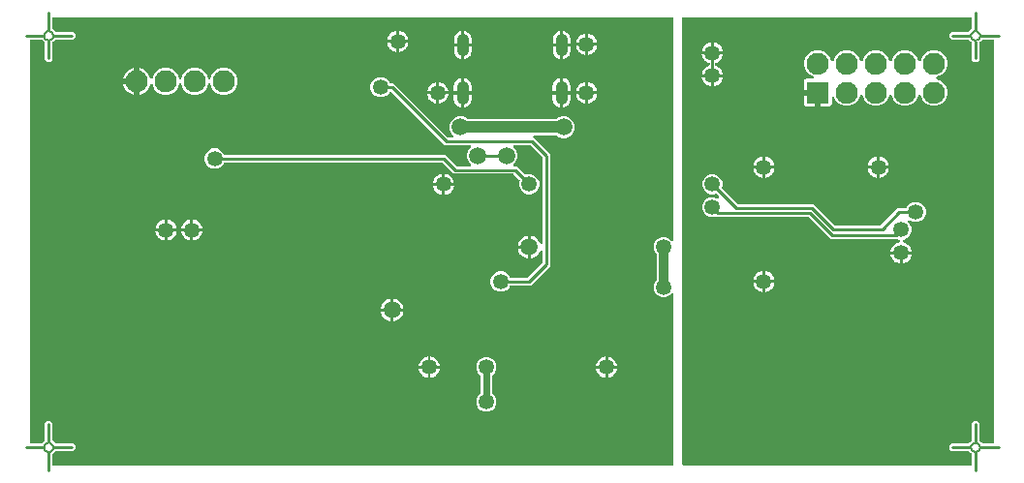
<source format=gbr>
G04 EAGLE Gerber RS-274X export*
G75*
%MOMM*%
%FSLAX34Y34*%
%LPD*%
%INBottom Copper*%
%IPPOS*%
%AMOC8*
5,1,8,0,0,1.08239X$1,22.5*%
G01*
%ADD10C,0.200000*%
%ADD11C,1.006400*%
%ADD12C,1.050000*%
%ADD13C,1.930400*%
%ADD14R,1.930400X1.930400*%
%ADD15C,1.350000*%
%ADD16C,1.500000*%
%ADD17C,0.609600*%
%ADD18C,0.812800*%
%ADD19C,0.250000*%
%ADD20C,1.016000*%

G36*
X565125Y3767D02*
X565125Y3767D01*
X565250Y3776D01*
X565281Y3787D01*
X565313Y3791D01*
X565430Y3837D01*
X565549Y3878D01*
X565576Y3896D01*
X565606Y3908D01*
X565707Y3982D01*
X565813Y4051D01*
X565834Y4075D01*
X565860Y4094D01*
X565940Y4192D01*
X566024Y4285D01*
X566039Y4314D01*
X566060Y4339D01*
X566113Y4453D01*
X566171Y4565D01*
X566175Y4590D01*
X566192Y4625D01*
X566248Y4936D01*
X566245Y4975D01*
X566249Y5000D01*
X566249Y153358D01*
X566231Y153498D01*
X566217Y153640D01*
X566211Y153655D01*
X566209Y153671D01*
X566157Y153802D01*
X566108Y153936D01*
X566098Y153949D01*
X566092Y153964D01*
X566008Y154078D01*
X565928Y154195D01*
X565915Y154205D01*
X565906Y154218D01*
X565796Y154308D01*
X565688Y154400D01*
X565674Y154407D01*
X565661Y154418D01*
X565532Y154477D01*
X565405Y154540D01*
X565389Y154543D01*
X565375Y154550D01*
X565235Y154575D01*
X565096Y154603D01*
X565080Y154603D01*
X565064Y154605D01*
X564923Y154595D01*
X564781Y154588D01*
X564766Y154583D01*
X564750Y154582D01*
X564615Y154536D01*
X564480Y154494D01*
X564469Y154486D01*
X564451Y154480D01*
X564187Y154307D01*
X564147Y154263D01*
X564117Y154241D01*
X562457Y152581D01*
X559241Y151249D01*
X555759Y151249D01*
X552543Y152581D01*
X550081Y155043D01*
X548749Y158259D01*
X548749Y161741D01*
X550081Y164957D01*
X551069Y165945D01*
X551137Y166032D01*
X551210Y166113D01*
X551233Y166156D01*
X551263Y166194D01*
X551306Y166295D01*
X551357Y166393D01*
X551364Y166430D01*
X551387Y166484D01*
X551435Y166796D01*
X551433Y166815D01*
X551435Y166828D01*
X551435Y188172D01*
X551421Y188281D01*
X551416Y188391D01*
X551402Y188437D01*
X551395Y188485D01*
X551355Y188587D01*
X551322Y188692D01*
X551300Y188723D01*
X551278Y188778D01*
X551092Y189032D01*
X551077Y189044D01*
X551069Y189055D01*
X550081Y190043D01*
X548749Y193259D01*
X548749Y196741D01*
X550081Y199957D01*
X552543Y202419D01*
X555759Y203751D01*
X559241Y203751D01*
X562457Y202419D01*
X564117Y200759D01*
X564229Y200672D01*
X564339Y200582D01*
X564353Y200576D01*
X564366Y200566D01*
X564497Y200510D01*
X564625Y200450D01*
X564641Y200448D01*
X564656Y200441D01*
X564797Y200420D01*
X564936Y200395D01*
X564952Y200396D01*
X564968Y200393D01*
X565109Y200408D01*
X565250Y200418D01*
X565266Y200423D01*
X565282Y200425D01*
X565415Y200474D01*
X565549Y200520D01*
X565563Y200529D01*
X565578Y200534D01*
X565694Y200615D01*
X565813Y200693D01*
X565824Y200705D01*
X565837Y200715D01*
X565929Y200822D01*
X566024Y200927D01*
X566032Y200942D01*
X566042Y200954D01*
X566105Y201081D01*
X566171Y201207D01*
X566173Y201220D01*
X566182Y201237D01*
X566246Y201546D01*
X566243Y201605D01*
X566249Y201642D01*
X566249Y395000D01*
X566233Y395125D01*
X566224Y395250D01*
X566213Y395281D01*
X566209Y395313D01*
X566163Y395430D01*
X566122Y395549D01*
X566104Y395576D01*
X566092Y395606D01*
X566018Y395707D01*
X565949Y395813D01*
X565925Y395834D01*
X565906Y395860D01*
X565808Y395940D01*
X565715Y396024D01*
X565686Y396039D01*
X565661Y396060D01*
X565547Y396113D01*
X565436Y396171D01*
X565410Y396175D01*
X565375Y396192D01*
X565064Y396248D01*
X565025Y396245D01*
X565000Y396249D01*
X24500Y396249D01*
X24375Y396233D01*
X24250Y396224D01*
X24219Y396213D01*
X24187Y396209D01*
X24070Y396163D01*
X23951Y396122D01*
X23924Y396104D01*
X23894Y396092D01*
X23793Y396018D01*
X23687Y395949D01*
X23666Y395925D01*
X23640Y395906D01*
X23560Y395808D01*
X23476Y395715D01*
X23461Y395686D01*
X23440Y395661D01*
X23387Y395547D01*
X23329Y395436D01*
X23325Y395410D01*
X23308Y395375D01*
X23252Y395064D01*
X23255Y395025D01*
X23251Y395000D01*
X23251Y386429D01*
X23257Y386379D01*
X23255Y386329D01*
X23277Y386223D01*
X23291Y386116D01*
X23309Y386070D01*
X23319Y386020D01*
X23367Y385924D01*
X23408Y385823D01*
X23437Y385783D01*
X23459Y385738D01*
X23505Y385690D01*
X23594Y385569D01*
X23720Y385466D01*
X23766Y385418D01*
X25620Y384071D01*
X25637Y384034D01*
X25666Y383951D01*
X25704Y383892D01*
X25734Y383829D01*
X25791Y383761D01*
X25839Y383687D01*
X25891Y383640D01*
X25936Y383586D01*
X26007Y383535D01*
X26073Y383476D01*
X26135Y383443D01*
X26192Y383402D01*
X26274Y383370D01*
X26352Y383329D01*
X26403Y383320D01*
X26486Y383288D01*
X26764Y383255D01*
X26788Y383251D01*
X41347Y383251D01*
X43251Y381347D01*
X43251Y378653D01*
X41347Y376749D01*
X26788Y376749D01*
X26701Y376738D01*
X26612Y376737D01*
X26545Y376718D01*
X26475Y376709D01*
X26393Y376677D01*
X26308Y376653D01*
X26247Y376619D01*
X26182Y376592D01*
X26111Y376540D01*
X26034Y376497D01*
X25984Y376447D01*
X25928Y376406D01*
X25872Y376338D01*
X25809Y376276D01*
X25784Y376231D01*
X25728Y376161D01*
X25622Y375930D01*
X23766Y374582D01*
X23729Y374547D01*
X23687Y374520D01*
X23615Y374439D01*
X23536Y374365D01*
X23509Y374323D01*
X23476Y374286D01*
X23425Y374190D01*
X23368Y374099D01*
X23352Y374051D01*
X23329Y374006D01*
X23317Y373942D01*
X23272Y373798D01*
X23263Y373655D01*
X23252Y373593D01*
X23253Y373584D01*
X23251Y373571D01*
X23251Y358653D01*
X21347Y356749D01*
X18653Y356749D01*
X16749Y358653D01*
X16749Y373571D01*
X16743Y373621D01*
X16745Y373671D01*
X16725Y373769D01*
X16724Y373779D01*
X16722Y373785D01*
X16709Y373884D01*
X16691Y373930D01*
X16681Y373980D01*
X16633Y374076D01*
X16592Y374177D01*
X16563Y374217D01*
X16541Y374262D01*
X16495Y374310D01*
X16406Y374431D01*
X16280Y374534D01*
X16234Y374582D01*
X14380Y375929D01*
X14363Y375966D01*
X14334Y376049D01*
X14296Y376108D01*
X14266Y376171D01*
X14209Y376239D01*
X14161Y376313D01*
X14109Y376360D01*
X14064Y376414D01*
X13993Y376465D01*
X13927Y376524D01*
X13865Y376557D01*
X13808Y376598D01*
X13726Y376630D01*
X13648Y376671D01*
X13597Y376680D01*
X13514Y376712D01*
X13236Y376745D01*
X13212Y376749D01*
X5000Y376749D01*
X4875Y376733D01*
X4750Y376724D01*
X4719Y376713D01*
X4687Y376709D01*
X4570Y376663D01*
X4451Y376622D01*
X4424Y376604D01*
X4394Y376592D01*
X4293Y376518D01*
X4187Y376449D01*
X4166Y376425D01*
X4140Y376406D01*
X4060Y376308D01*
X3976Y376215D01*
X3961Y376186D01*
X3940Y376161D01*
X3887Y376047D01*
X3829Y375936D01*
X3825Y375910D01*
X3808Y375875D01*
X3752Y375564D01*
X3755Y375525D01*
X3751Y375500D01*
X3751Y24500D01*
X3767Y24375D01*
X3776Y24250D01*
X3787Y24219D01*
X3791Y24187D01*
X3837Y24070D01*
X3878Y23951D01*
X3896Y23924D01*
X3908Y23894D01*
X3982Y23793D01*
X4051Y23687D01*
X4075Y23666D01*
X4094Y23640D01*
X4192Y23560D01*
X4285Y23476D01*
X4314Y23461D01*
X4339Y23440D01*
X4453Y23387D01*
X4565Y23329D01*
X4590Y23325D01*
X4625Y23308D01*
X4936Y23252D01*
X4975Y23255D01*
X5000Y23251D01*
X13212Y23251D01*
X13299Y23262D01*
X13388Y23263D01*
X13455Y23282D01*
X13525Y23291D01*
X13607Y23323D01*
X13692Y23347D01*
X13753Y23381D01*
X13818Y23408D01*
X13889Y23460D01*
X13966Y23503D01*
X14016Y23553D01*
X14072Y23594D01*
X14128Y23662D01*
X14191Y23724D01*
X14216Y23769D01*
X14272Y23839D01*
X14378Y24070D01*
X16234Y25418D01*
X16271Y25453D01*
X16313Y25480D01*
X16385Y25561D01*
X16464Y25635D01*
X16491Y25677D01*
X16524Y25714D01*
X16575Y25810D01*
X16632Y25901D01*
X16648Y25949D01*
X16671Y25994D01*
X16683Y26058D01*
X16728Y26202D01*
X16738Y26364D01*
X16749Y26429D01*
X16749Y41347D01*
X18653Y43251D01*
X21347Y43251D01*
X23251Y41347D01*
X23251Y26429D01*
X23257Y26379D01*
X23255Y26329D01*
X23277Y26223D01*
X23291Y26116D01*
X23309Y26070D01*
X23319Y26020D01*
X23367Y25924D01*
X23408Y25823D01*
X23437Y25783D01*
X23459Y25738D01*
X23505Y25690D01*
X23594Y25569D01*
X23720Y25466D01*
X23766Y25418D01*
X25620Y24071D01*
X25637Y24034D01*
X25666Y23951D01*
X25704Y23892D01*
X25734Y23829D01*
X25791Y23761D01*
X25839Y23687D01*
X25891Y23640D01*
X25936Y23586D01*
X26007Y23535D01*
X26073Y23476D01*
X26135Y23443D01*
X26192Y23402D01*
X26274Y23370D01*
X26352Y23329D01*
X26403Y23320D01*
X26486Y23288D01*
X26764Y23255D01*
X26788Y23251D01*
X41347Y23251D01*
X43251Y21347D01*
X43251Y18653D01*
X41347Y16749D01*
X26788Y16749D01*
X26701Y16738D01*
X26612Y16737D01*
X26545Y16718D01*
X26475Y16709D01*
X26393Y16677D01*
X26308Y16653D01*
X26247Y16619D01*
X26182Y16592D01*
X26111Y16540D01*
X26034Y16497D01*
X25984Y16447D01*
X25928Y16406D01*
X25872Y16338D01*
X25809Y16276D01*
X25784Y16231D01*
X25728Y16161D01*
X25622Y15930D01*
X23766Y14582D01*
X23729Y14547D01*
X23687Y14520D01*
X23615Y14439D01*
X23536Y14365D01*
X23509Y14323D01*
X23476Y14286D01*
X23425Y14190D01*
X23368Y14099D01*
X23352Y14051D01*
X23329Y14006D01*
X23317Y13942D01*
X23272Y13798D01*
X23262Y13636D01*
X23251Y13571D01*
X23251Y5000D01*
X23267Y4875D01*
X23276Y4750D01*
X23287Y4719D01*
X23291Y4687D01*
X23337Y4570D01*
X23378Y4451D01*
X23396Y4424D01*
X23408Y4394D01*
X23482Y4293D01*
X23551Y4187D01*
X23575Y4166D01*
X23594Y4140D01*
X23692Y4060D01*
X23785Y3976D01*
X23814Y3961D01*
X23839Y3940D01*
X23953Y3887D01*
X24064Y3829D01*
X24090Y3825D01*
X24125Y3808D01*
X24436Y3752D01*
X24475Y3755D01*
X24500Y3751D01*
X565000Y3751D01*
X565125Y3767D01*
G37*
G36*
X825625Y3767D02*
X825625Y3767D01*
X825750Y3776D01*
X825781Y3787D01*
X825813Y3791D01*
X825930Y3837D01*
X826049Y3878D01*
X826076Y3896D01*
X826106Y3908D01*
X826207Y3982D01*
X826313Y4051D01*
X826334Y4075D01*
X826360Y4094D01*
X826440Y4192D01*
X826524Y4285D01*
X826539Y4314D01*
X826560Y4339D01*
X826613Y4453D01*
X826671Y4565D01*
X826675Y4590D01*
X826692Y4625D01*
X826748Y4936D01*
X826745Y4975D01*
X826749Y5000D01*
X826749Y13571D01*
X826743Y13621D01*
X826745Y13671D01*
X826723Y13777D01*
X826709Y13884D01*
X826691Y13930D01*
X826681Y13980D01*
X826633Y14076D01*
X826592Y14177D01*
X826563Y14217D01*
X826541Y14262D01*
X826495Y14310D01*
X826406Y14431D01*
X826280Y14534D01*
X826234Y14582D01*
X824380Y15929D01*
X824363Y15966D01*
X824334Y16049D01*
X824296Y16108D01*
X824266Y16171D01*
X824209Y16239D01*
X824161Y16313D01*
X824109Y16360D01*
X824064Y16414D01*
X823993Y16465D01*
X823927Y16524D01*
X823865Y16557D01*
X823808Y16598D01*
X823726Y16630D01*
X823648Y16671D01*
X823597Y16680D01*
X823514Y16712D01*
X823236Y16745D01*
X823212Y16749D01*
X808653Y16749D01*
X806749Y18653D01*
X806749Y21347D01*
X808653Y23251D01*
X823212Y23251D01*
X823299Y23262D01*
X823388Y23263D01*
X823455Y23282D01*
X823525Y23291D01*
X823607Y23323D01*
X823692Y23347D01*
X823753Y23381D01*
X823818Y23408D01*
X823889Y23460D01*
X823966Y23503D01*
X824016Y23553D01*
X824072Y23594D01*
X824128Y23662D01*
X824191Y23724D01*
X824216Y23769D01*
X824272Y23839D01*
X824378Y24070D01*
X826234Y25418D01*
X826271Y25453D01*
X826313Y25480D01*
X826385Y25561D01*
X826464Y25635D01*
X826491Y25677D01*
X826524Y25714D01*
X826575Y25810D01*
X826632Y25901D01*
X826648Y25949D01*
X826671Y25994D01*
X826683Y26058D01*
X826728Y26202D01*
X826738Y26364D01*
X826749Y26429D01*
X826749Y41347D01*
X828653Y43251D01*
X831347Y43251D01*
X833251Y41347D01*
X833251Y26429D01*
X833257Y26379D01*
X833255Y26329D01*
X833277Y26223D01*
X833291Y26116D01*
X833309Y26070D01*
X833319Y26020D01*
X833367Y25924D01*
X833408Y25823D01*
X833437Y25783D01*
X833459Y25738D01*
X833505Y25690D01*
X833594Y25569D01*
X833720Y25466D01*
X833766Y25418D01*
X835620Y24071D01*
X835637Y24034D01*
X835666Y23951D01*
X835704Y23892D01*
X835734Y23829D01*
X835791Y23761D01*
X835839Y23687D01*
X835891Y23640D01*
X835936Y23586D01*
X836007Y23535D01*
X836073Y23476D01*
X836135Y23443D01*
X836192Y23402D01*
X836274Y23370D01*
X836352Y23329D01*
X836403Y23320D01*
X836486Y23288D01*
X836764Y23255D01*
X836788Y23251D01*
X845000Y23251D01*
X845125Y23267D01*
X845250Y23276D01*
X845281Y23287D01*
X845313Y23291D01*
X845430Y23337D01*
X845549Y23378D01*
X845576Y23396D01*
X845606Y23408D01*
X845707Y23482D01*
X845813Y23551D01*
X845834Y23575D01*
X845860Y23594D01*
X845940Y23692D01*
X846024Y23785D01*
X846039Y23814D01*
X846060Y23839D01*
X846113Y23953D01*
X846171Y24064D01*
X846175Y24090D01*
X846192Y24125D01*
X846248Y24436D01*
X846245Y24475D01*
X846249Y24500D01*
X846249Y375500D01*
X846233Y375625D01*
X846224Y375750D01*
X846213Y375781D01*
X846209Y375813D01*
X846163Y375930D01*
X846122Y376049D01*
X846104Y376076D01*
X846092Y376106D01*
X846018Y376207D01*
X845949Y376313D01*
X845925Y376334D01*
X845906Y376360D01*
X845808Y376440D01*
X845715Y376524D01*
X845686Y376539D01*
X845661Y376560D01*
X845547Y376613D01*
X845436Y376671D01*
X845410Y376675D01*
X845375Y376692D01*
X845064Y376748D01*
X845025Y376745D01*
X845000Y376749D01*
X836788Y376749D01*
X836701Y376738D01*
X836612Y376737D01*
X836545Y376718D01*
X836475Y376709D01*
X836393Y376677D01*
X836308Y376653D01*
X836247Y376619D01*
X836182Y376592D01*
X836111Y376540D01*
X836034Y376497D01*
X835984Y376447D01*
X835928Y376406D01*
X835872Y376338D01*
X835809Y376276D01*
X835784Y376231D01*
X835728Y376161D01*
X835622Y375930D01*
X833766Y374582D01*
X833729Y374547D01*
X833687Y374520D01*
X833615Y374439D01*
X833536Y374365D01*
X833509Y374323D01*
X833476Y374286D01*
X833425Y374190D01*
X833368Y374099D01*
X833352Y374051D01*
X833329Y374006D01*
X833317Y373942D01*
X833272Y373798D01*
X833263Y373655D01*
X833252Y373593D01*
X833253Y373584D01*
X833251Y373571D01*
X833251Y358653D01*
X831347Y356749D01*
X828653Y356749D01*
X826749Y358653D01*
X826749Y373571D01*
X826743Y373621D01*
X826745Y373671D01*
X826725Y373769D01*
X826724Y373779D01*
X826722Y373785D01*
X826709Y373884D01*
X826691Y373930D01*
X826681Y373980D01*
X826633Y374076D01*
X826592Y374177D01*
X826563Y374217D01*
X826541Y374262D01*
X826495Y374310D01*
X826406Y374431D01*
X826280Y374534D01*
X826234Y374582D01*
X824380Y375929D01*
X824363Y375965D01*
X824334Y376049D01*
X824296Y376108D01*
X824266Y376171D01*
X824209Y376239D01*
X824161Y376313D01*
X824109Y376360D01*
X824064Y376414D01*
X823993Y376465D01*
X823927Y376524D01*
X823865Y376557D01*
X823808Y376598D01*
X823726Y376630D01*
X823648Y376671D01*
X823597Y376680D01*
X823514Y376712D01*
X823236Y376745D01*
X823212Y376749D01*
X808653Y376749D01*
X806749Y378653D01*
X806749Y381347D01*
X808653Y383251D01*
X823212Y383251D01*
X823299Y383262D01*
X823388Y383263D01*
X823455Y383282D01*
X823525Y383291D01*
X823607Y383323D01*
X823692Y383347D01*
X823753Y383381D01*
X823818Y383408D01*
X823889Y383460D01*
X823966Y383503D01*
X824016Y383553D01*
X824072Y383594D01*
X824128Y383662D01*
X824191Y383724D01*
X824216Y383769D01*
X824272Y383839D01*
X824378Y384070D01*
X826234Y385418D01*
X826271Y385453D01*
X826313Y385480D01*
X826385Y385561D01*
X826464Y385635D01*
X826491Y385677D01*
X826524Y385714D01*
X826575Y385810D01*
X826632Y385901D01*
X826648Y385949D01*
X826671Y385994D01*
X826683Y386058D01*
X826728Y386202D01*
X826738Y386364D01*
X826749Y386429D01*
X826749Y395000D01*
X826733Y395125D01*
X826724Y395250D01*
X826713Y395281D01*
X826709Y395313D01*
X826663Y395430D01*
X826622Y395549D01*
X826604Y395576D01*
X826592Y395606D01*
X826518Y395707D01*
X826449Y395813D01*
X826425Y395834D01*
X826406Y395860D01*
X826308Y395940D01*
X826215Y396024D01*
X826186Y396039D01*
X826161Y396060D01*
X826047Y396113D01*
X825936Y396171D01*
X825910Y396175D01*
X825875Y396192D01*
X825564Y396248D01*
X825525Y396245D01*
X825500Y396249D01*
X575000Y396249D01*
X574875Y396233D01*
X574750Y396224D01*
X574719Y396213D01*
X574687Y396209D01*
X574570Y396163D01*
X574451Y396122D01*
X574424Y396104D01*
X574394Y396092D01*
X574293Y396018D01*
X574187Y395949D01*
X574166Y395925D01*
X574140Y395906D01*
X574060Y395808D01*
X573976Y395715D01*
X573961Y395686D01*
X573940Y395661D01*
X573887Y395547D01*
X573829Y395436D01*
X573825Y395410D01*
X573808Y395375D01*
X573752Y395064D01*
X573755Y395025D01*
X573751Y395000D01*
X573751Y5000D01*
X573767Y4875D01*
X573776Y4750D01*
X573787Y4719D01*
X573791Y4687D01*
X573837Y4570D01*
X573878Y4451D01*
X573896Y4424D01*
X573908Y4394D01*
X573982Y4293D01*
X574051Y4187D01*
X574075Y4166D01*
X574094Y4140D01*
X574192Y4060D01*
X574285Y3976D01*
X574314Y3961D01*
X574339Y3940D01*
X574453Y3887D01*
X574565Y3829D01*
X574590Y3825D01*
X574625Y3808D01*
X574936Y3752D01*
X574975Y3755D01*
X575000Y3751D01*
X825500Y3751D01*
X825625Y3767D01*
G37*
%LPC*%
G36*
X413259Y156249D02*
X413259Y156249D01*
X410043Y157581D01*
X407581Y160043D01*
X406249Y163259D01*
X406249Y166741D01*
X407581Y169957D01*
X410043Y172419D01*
X413259Y173751D01*
X416741Y173751D01*
X419957Y172419D01*
X422419Y169957D01*
X422806Y169022D01*
X422825Y168988D01*
X422838Y168951D01*
X422903Y168851D01*
X422962Y168748D01*
X422990Y168720D01*
X423011Y168687D01*
X423100Y168607D01*
X423183Y168522D01*
X423216Y168502D01*
X423245Y168476D01*
X423351Y168420D01*
X423452Y168359D01*
X423490Y168347D01*
X423524Y168329D01*
X423589Y168318D01*
X423755Y168268D01*
X423896Y168262D01*
X423960Y168251D01*
X438136Y168251D01*
X438245Y168265D01*
X438355Y168270D01*
X438401Y168284D01*
X438449Y168291D01*
X438551Y168331D01*
X438656Y168364D01*
X438687Y168386D01*
X438742Y168408D01*
X438996Y168594D01*
X439009Y168609D01*
X439019Y168617D01*
X451383Y180981D01*
X451451Y181067D01*
X451524Y181149D01*
X451547Y181192D01*
X451577Y181230D01*
X451620Y181331D01*
X451671Y181428D01*
X451678Y181465D01*
X451701Y181520D01*
X451749Y181832D01*
X451747Y181851D01*
X451749Y181864D01*
X451749Y190781D01*
X451734Y190900D01*
X451726Y191020D01*
X451714Y191056D01*
X451709Y191094D01*
X451665Y191205D01*
X451627Y191319D01*
X451607Y191351D01*
X451592Y191387D01*
X451521Y191484D01*
X451456Y191584D01*
X451428Y191610D01*
X451406Y191641D01*
X451313Y191717D01*
X451225Y191798D01*
X451191Y191816D01*
X451161Y191840D01*
X451052Y191891D01*
X450946Y191947D01*
X450909Y191956D01*
X450875Y191972D01*
X450756Y191994D01*
X450640Y192022D01*
X450602Y192021D01*
X450564Y192028D01*
X450444Y192019D01*
X450324Y192017D01*
X450288Y192007D01*
X450250Y192005D01*
X450136Y191966D01*
X450020Y191934D01*
X449987Y191915D01*
X449951Y191903D01*
X449850Y191837D01*
X449747Y191777D01*
X449719Y191750D01*
X449687Y191729D01*
X449607Y191640D01*
X449521Y191557D01*
X449507Y191530D01*
X449476Y191496D01*
X449329Y191216D01*
X449324Y191190D01*
X449312Y191167D01*
X449305Y191146D01*
X448588Y189738D01*
X447659Y188459D01*
X446541Y187341D01*
X445262Y186412D01*
X443854Y185695D01*
X442351Y185207D01*
X441249Y185032D01*
X441249Y195000D01*
X441249Y204968D01*
X442351Y204793D01*
X443854Y204305D01*
X445262Y203588D01*
X446541Y202659D01*
X447659Y201541D01*
X448588Y200262D01*
X449305Y198854D01*
X449312Y198833D01*
X449363Y198725D01*
X449408Y198613D01*
X449430Y198583D01*
X449446Y198548D01*
X449523Y198456D01*
X449594Y198359D01*
X449624Y198335D01*
X449648Y198306D01*
X449746Y198235D01*
X449839Y198160D01*
X449873Y198144D01*
X449904Y198121D01*
X450016Y198078D01*
X450125Y198028D01*
X450163Y198021D01*
X450198Y198007D01*
X450318Y197993D01*
X450436Y197972D01*
X450474Y197975D01*
X450512Y197970D01*
X450631Y197986D01*
X450750Y197995D01*
X450786Y198008D01*
X450824Y198013D01*
X450935Y198058D01*
X451049Y198097D01*
X451081Y198118D01*
X451116Y198133D01*
X451212Y198204D01*
X451313Y198271D01*
X451338Y198299D01*
X451369Y198322D01*
X451444Y198415D01*
X451524Y198504D01*
X451542Y198538D01*
X451566Y198568D01*
X451615Y198678D01*
X451671Y198784D01*
X451676Y198814D01*
X451695Y198856D01*
X451748Y199167D01*
X451745Y199193D01*
X451749Y199219D01*
X451749Y273136D01*
X451735Y273245D01*
X451730Y273355D01*
X451716Y273401D01*
X451709Y273449D01*
X451669Y273551D01*
X451636Y273656D01*
X451614Y273687D01*
X451592Y273742D01*
X451406Y273996D01*
X451391Y274009D01*
X451383Y274019D01*
X441519Y283883D01*
X441433Y283951D01*
X441351Y284024D01*
X441308Y284047D01*
X441270Y284077D01*
X441169Y284120D01*
X441072Y284171D01*
X441035Y284178D01*
X440980Y284201D01*
X440668Y284249D01*
X440649Y284247D01*
X440636Y284249D01*
X427203Y284249D01*
X427062Y284231D01*
X426921Y284217D01*
X426906Y284211D01*
X426890Y284209D01*
X426758Y284157D01*
X426625Y284108D01*
X426612Y284098D01*
X426597Y284092D01*
X426482Y284009D01*
X426366Y283928D01*
X426355Y283915D01*
X426342Y283906D01*
X426253Y283796D01*
X426160Y283688D01*
X426153Y283674D01*
X426143Y283661D01*
X426083Y283532D01*
X426021Y283405D01*
X426018Y283389D01*
X426011Y283375D01*
X425986Y283235D01*
X425957Y283096D01*
X425958Y283080D01*
X425955Y283064D01*
X425966Y282923D01*
X425973Y282781D01*
X425978Y282766D01*
X425979Y282750D01*
X426025Y282615D01*
X426067Y282480D01*
X426074Y282469D01*
X426081Y282451D01*
X426254Y282187D01*
X426298Y282147D01*
X426319Y282117D01*
X428054Y280382D01*
X429501Y276890D01*
X429501Y273110D01*
X428054Y269618D01*
X426319Y267883D01*
X426233Y267771D01*
X426143Y267661D01*
X426136Y267647D01*
X426126Y267634D01*
X426071Y267504D01*
X426011Y267375D01*
X426008Y267359D01*
X426002Y267344D01*
X425980Y267203D01*
X425955Y267064D01*
X425956Y267048D01*
X425954Y267032D01*
X425968Y266891D01*
X425979Y266750D01*
X425984Y266734D01*
X425986Y266718D01*
X426035Y266586D01*
X426081Y266451D01*
X426090Y266437D01*
X426095Y266422D01*
X426176Y266307D01*
X426254Y266187D01*
X426266Y266176D01*
X426275Y266163D01*
X426382Y266071D01*
X426488Y265976D01*
X426502Y265968D01*
X426514Y265958D01*
X426641Y265895D01*
X426767Y265829D01*
X426780Y265827D01*
X426797Y265818D01*
X427106Y265754D01*
X427166Y265757D01*
X427203Y265751D01*
X428847Y265751D01*
X431117Y263481D01*
X435963Y258634D01*
X435994Y258610D01*
X436020Y258581D01*
X436118Y258514D01*
X436212Y258441D01*
X436248Y258426D01*
X436281Y258404D01*
X436393Y258364D01*
X436502Y258317D01*
X436541Y258311D01*
X436578Y258298D01*
X436696Y258287D01*
X436814Y258269D01*
X436853Y258273D01*
X436892Y258269D01*
X436956Y258283D01*
X437128Y258301D01*
X437261Y258350D01*
X437324Y258363D01*
X438259Y258751D01*
X441741Y258751D01*
X444957Y257419D01*
X447419Y254957D01*
X448751Y251741D01*
X448751Y248259D01*
X447419Y245043D01*
X444957Y242581D01*
X441741Y241249D01*
X438259Y241249D01*
X435043Y242581D01*
X432581Y245043D01*
X431249Y248259D01*
X431249Y251741D01*
X431637Y252676D01*
X431647Y252713D01*
X431664Y252748D01*
X431688Y252865D01*
X431720Y252980D01*
X431720Y253019D01*
X431728Y253057D01*
X431722Y253176D01*
X431724Y253295D01*
X431714Y253333D01*
X431712Y253373D01*
X431677Y253486D01*
X431649Y253602D01*
X431630Y253636D01*
X431618Y253674D01*
X431581Y253727D01*
X431499Y253880D01*
X431403Y253983D01*
X431366Y254037D01*
X426519Y258883D01*
X426433Y258951D01*
X426351Y259024D01*
X426308Y259047D01*
X426270Y259077D01*
X426169Y259120D01*
X426072Y259171D01*
X426035Y259178D01*
X425980Y259201D01*
X425668Y259249D01*
X425649Y259247D01*
X425636Y259249D01*
X373653Y259249D01*
X364019Y268883D01*
X363933Y268951D01*
X363851Y269024D01*
X363808Y269047D01*
X363770Y269077D01*
X363669Y269120D01*
X363572Y269171D01*
X363535Y269178D01*
X363480Y269201D01*
X363168Y269249D01*
X363149Y269247D01*
X363136Y269249D01*
X173960Y269249D01*
X173921Y269244D01*
X173882Y269247D01*
X173765Y269224D01*
X173647Y269209D01*
X173611Y269195D01*
X173572Y269188D01*
X173465Y269137D01*
X173354Y269092D01*
X173322Y269069D01*
X173287Y269053D01*
X173196Y268976D01*
X173100Y268906D01*
X173075Y268876D01*
X173045Y268850D01*
X173010Y268795D01*
X172900Y268661D01*
X172841Y268533D01*
X172806Y268478D01*
X172419Y267543D01*
X169957Y265081D01*
X166741Y263749D01*
X163259Y263749D01*
X160043Y265081D01*
X157581Y267543D01*
X156249Y270759D01*
X156249Y274241D01*
X157581Y277457D01*
X160043Y279919D01*
X163259Y281251D01*
X166741Y281251D01*
X169957Y279919D01*
X172419Y277457D01*
X172806Y276522D01*
X172825Y276488D01*
X172838Y276451D01*
X172903Y276351D01*
X172962Y276248D01*
X172990Y276220D01*
X173011Y276187D01*
X173100Y276107D01*
X173183Y276022D01*
X173216Y276002D01*
X173245Y275976D01*
X173351Y275920D01*
X173452Y275859D01*
X173490Y275847D01*
X173524Y275829D01*
X173589Y275818D01*
X173755Y275768D01*
X173896Y275762D01*
X173960Y275751D01*
X366347Y275751D01*
X375981Y266117D01*
X376067Y266049D01*
X376149Y265976D01*
X376192Y265953D01*
X376230Y265923D01*
X376331Y265880D01*
X376428Y265829D01*
X376465Y265822D01*
X376520Y265799D01*
X376832Y265751D01*
X376851Y265753D01*
X376864Y265751D01*
X387797Y265751D01*
X387938Y265769D01*
X388079Y265783D01*
X388094Y265789D01*
X388110Y265791D01*
X388242Y265843D01*
X388375Y265892D01*
X388388Y265902D01*
X388403Y265908D01*
X388518Y265991D01*
X388634Y266072D01*
X388645Y266085D01*
X388658Y266094D01*
X388747Y266204D01*
X388840Y266312D01*
X388847Y266326D01*
X388857Y266339D01*
X388917Y266468D01*
X388979Y266595D01*
X388982Y266611D01*
X388989Y266625D01*
X389014Y266765D01*
X389043Y266904D01*
X389042Y266920D01*
X389045Y266936D01*
X389034Y267077D01*
X389027Y267219D01*
X389022Y267234D01*
X389021Y267250D01*
X388975Y267385D01*
X388933Y267520D01*
X388926Y267531D01*
X388919Y267549D01*
X388746Y267813D01*
X388702Y267853D01*
X388681Y267883D01*
X386946Y269618D01*
X385499Y273110D01*
X385499Y276890D01*
X386946Y280382D01*
X388681Y282117D01*
X388767Y282229D01*
X388857Y282339D01*
X388864Y282353D01*
X388874Y282366D01*
X388929Y282496D01*
X388989Y282625D01*
X388992Y282641D01*
X388998Y282656D01*
X389020Y282797D01*
X389045Y282936D01*
X389044Y282952D01*
X389046Y282968D01*
X389032Y283109D01*
X389021Y283250D01*
X389016Y283266D01*
X389014Y283282D01*
X388965Y283414D01*
X388919Y283549D01*
X388910Y283563D01*
X388905Y283578D01*
X388824Y283693D01*
X388746Y283813D01*
X388734Y283824D01*
X388725Y283837D01*
X388618Y283929D01*
X388512Y284024D01*
X388498Y284032D01*
X388486Y284042D01*
X388359Y284105D01*
X388233Y284171D01*
X388220Y284173D01*
X388203Y284182D01*
X387894Y284246D01*
X387834Y284243D01*
X387797Y284249D01*
X366153Y284249D01*
X363883Y286519D01*
X319602Y330801D01*
X319558Y330835D01*
X319521Y330875D01*
X319434Y330931D01*
X319353Y330994D01*
X319302Y331016D01*
X319255Y331046D01*
X319157Y331078D01*
X319063Y331118D01*
X319008Y331127D01*
X318956Y331144D01*
X318853Y331151D01*
X318751Y331166D01*
X318696Y331161D01*
X318641Y331164D01*
X318540Y331145D01*
X318437Y331135D01*
X318385Y331115D01*
X318331Y331105D01*
X318238Y331061D01*
X318141Y331025D01*
X318096Y330994D01*
X318046Y330970D01*
X317967Y330904D01*
X317882Y330845D01*
X317846Y330803D01*
X317804Y330768D01*
X317768Y330713D01*
X317676Y330606D01*
X317600Y330451D01*
X317564Y330396D01*
X317418Y330043D01*
X314957Y327581D01*
X311741Y326249D01*
X308259Y326249D01*
X305043Y327581D01*
X302581Y330043D01*
X301249Y333259D01*
X301249Y336741D01*
X302581Y339957D01*
X305043Y342419D01*
X308259Y343751D01*
X311741Y343751D01*
X314957Y342419D01*
X317419Y339957D01*
X317806Y339022D01*
X317825Y338988D01*
X317838Y338951D01*
X317903Y338851D01*
X317962Y338748D01*
X317990Y338720D01*
X318011Y338687D01*
X318100Y338607D01*
X318183Y338522D01*
X318216Y338502D01*
X318245Y338476D01*
X318351Y338420D01*
X318452Y338359D01*
X318490Y338347D01*
X318524Y338329D01*
X318589Y338318D01*
X318755Y338268D01*
X318896Y338262D01*
X318960Y338251D01*
X321347Y338251D01*
X368481Y291117D01*
X368567Y291049D01*
X368649Y290976D01*
X368692Y290953D01*
X368730Y290923D01*
X368831Y290880D01*
X368928Y290829D01*
X368965Y290822D01*
X369020Y290799D01*
X369332Y290751D01*
X369351Y290753D01*
X369364Y290751D01*
X372797Y290751D01*
X372938Y290769D01*
X373079Y290783D01*
X373094Y290789D01*
X373110Y290791D01*
X373242Y290843D01*
X373375Y290892D01*
X373388Y290902D01*
X373403Y290908D01*
X373518Y290991D01*
X373634Y291072D01*
X373645Y291085D01*
X373658Y291094D01*
X373747Y291204D01*
X373840Y291312D01*
X373847Y291326D01*
X373857Y291339D01*
X373917Y291468D01*
X373979Y291595D01*
X373982Y291611D01*
X373989Y291625D01*
X374014Y291765D01*
X374043Y291904D01*
X374042Y291920D01*
X374045Y291936D01*
X374034Y292077D01*
X374027Y292219D01*
X374022Y292234D01*
X374021Y292250D01*
X373975Y292385D01*
X373933Y292520D01*
X373926Y292531D01*
X373919Y292549D01*
X373746Y292813D01*
X373702Y292853D01*
X373681Y292883D01*
X371946Y294618D01*
X370499Y298110D01*
X370499Y301890D01*
X371946Y305382D01*
X374618Y308054D01*
X378110Y309501D01*
X381890Y309501D01*
X385382Y308054D01*
X385989Y307447D01*
X386076Y307379D01*
X386158Y307306D01*
X386201Y307283D01*
X386239Y307254D01*
X386340Y307210D01*
X386437Y307159D01*
X386474Y307152D01*
X386529Y307129D01*
X386841Y307081D01*
X386860Y307083D01*
X386873Y307081D01*
X463127Y307081D01*
X463236Y307095D01*
X463346Y307100D01*
X463392Y307114D01*
X463440Y307121D01*
X463542Y307161D01*
X463647Y307194D01*
X463678Y307216D01*
X463733Y307238D01*
X463988Y307424D01*
X464000Y307439D01*
X464011Y307447D01*
X464618Y308054D01*
X468110Y309501D01*
X471890Y309501D01*
X475382Y308054D01*
X478054Y305382D01*
X479501Y301890D01*
X479501Y298110D01*
X478054Y294618D01*
X475382Y291946D01*
X471890Y290499D01*
X468110Y290499D01*
X464618Y291946D01*
X464011Y292553D01*
X463924Y292621D01*
X463842Y292694D01*
X463799Y292717D01*
X463761Y292747D01*
X463660Y292790D01*
X463563Y292841D01*
X463526Y292848D01*
X463471Y292871D01*
X463159Y292919D01*
X463140Y292917D01*
X463127Y292919D01*
X444694Y292919D01*
X444554Y292901D01*
X444412Y292887D01*
X444397Y292881D01*
X444381Y292879D01*
X444249Y292827D01*
X444116Y292778D01*
X444103Y292768D01*
X444088Y292762D01*
X443973Y292678D01*
X443857Y292598D01*
X443847Y292585D01*
X443834Y292576D01*
X443744Y292466D01*
X443651Y292358D01*
X443644Y292344D01*
X443634Y292331D01*
X443575Y292202D01*
X443512Y292075D01*
X443509Y292059D01*
X443502Y292045D01*
X443477Y291905D01*
X443448Y291766D01*
X443449Y291750D01*
X443446Y291734D01*
X443457Y291593D01*
X443464Y291451D01*
X443469Y291436D01*
X443470Y291420D01*
X443516Y291285D01*
X443558Y291150D01*
X443566Y291139D01*
X443572Y291121D01*
X443745Y290857D01*
X443789Y290817D01*
X443811Y290787D01*
X446117Y288481D01*
X458251Y276347D01*
X458251Y178653D01*
X441347Y161749D01*
X423960Y161749D01*
X423921Y161744D01*
X423882Y161747D01*
X423765Y161724D01*
X423647Y161709D01*
X423611Y161695D01*
X423572Y161688D01*
X423465Y161637D01*
X423354Y161592D01*
X423322Y161569D01*
X423287Y161553D01*
X423196Y161476D01*
X423100Y161406D01*
X423075Y161376D01*
X423045Y161350D01*
X423010Y161295D01*
X422900Y161161D01*
X422841Y161033D01*
X422806Y160978D01*
X422419Y160043D01*
X419957Y157581D01*
X416741Y156249D01*
X413259Y156249D01*
G37*
%LPD*%
%LPC*%
G36*
X694649Y318007D02*
X694649Y318007D01*
X694649Y328950D01*
X694633Y329075D01*
X694624Y329200D01*
X694613Y329231D01*
X694609Y329263D01*
X694563Y329380D01*
X694522Y329499D01*
X694504Y329526D01*
X694492Y329556D01*
X694418Y329657D01*
X694349Y329763D01*
X694325Y329784D01*
X694306Y329810D01*
X694208Y329890D01*
X694115Y329974D01*
X694086Y329989D01*
X694061Y330010D01*
X693947Y330062D01*
X693835Y330121D01*
X693810Y330125D01*
X693775Y330142D01*
X693464Y330197D01*
X693425Y330195D01*
X693400Y330199D01*
X692149Y330199D01*
X692149Y331450D01*
X692133Y331575D01*
X692124Y331700D01*
X692113Y331731D01*
X692109Y331763D01*
X692063Y331880D01*
X692022Y331999D01*
X692004Y332026D01*
X691992Y332056D01*
X691918Y332157D01*
X691849Y332263D01*
X691825Y332284D01*
X691806Y332310D01*
X691708Y332390D01*
X691615Y332474D01*
X691586Y332489D01*
X691561Y332510D01*
X691447Y332562D01*
X691335Y332621D01*
X691310Y332625D01*
X691275Y332642D01*
X690964Y332698D01*
X690925Y332695D01*
X690900Y332699D01*
X679957Y332699D01*
X679957Y340186D01*
X680130Y340833D01*
X680465Y341412D01*
X680938Y341885D01*
X681517Y342220D01*
X682164Y342393D01*
X687305Y342393D01*
X687375Y342402D01*
X687447Y342401D01*
X687531Y342422D01*
X687618Y342433D01*
X687684Y342459D01*
X687753Y342476D01*
X687830Y342517D01*
X687911Y342550D01*
X687968Y342592D01*
X688031Y342625D01*
X688095Y342685D01*
X688165Y342736D01*
X688210Y342791D01*
X688262Y342840D01*
X688309Y342913D01*
X688365Y342981D01*
X688394Y343045D01*
X688433Y343105D01*
X688460Y343188D01*
X688496Y343267D01*
X688509Y343337D01*
X688531Y343405D01*
X688537Y343492D01*
X688552Y343578D01*
X688547Y343649D01*
X688552Y343720D01*
X688535Y343805D01*
X688529Y343892D01*
X688506Y343960D01*
X688492Y344030D01*
X688455Y344108D01*
X688427Y344191D01*
X688388Y344251D01*
X688357Y344315D01*
X688302Y344382D01*
X688254Y344455D01*
X688201Y344502D01*
X688155Y344557D01*
X688105Y344590D01*
X688020Y344666D01*
X687830Y344766D01*
X687783Y344796D01*
X685549Y345721D01*
X682271Y348999D01*
X680497Y353282D01*
X680497Y357918D01*
X682271Y362201D01*
X685549Y365479D01*
X689832Y367253D01*
X694468Y367253D01*
X698751Y365479D01*
X702029Y362201D01*
X703696Y358176D01*
X703766Y358053D01*
X703833Y357928D01*
X703844Y357916D01*
X703852Y357902D01*
X703951Y357801D01*
X704048Y357696D01*
X704061Y357688D01*
X704073Y357676D01*
X704193Y357603D01*
X704313Y357526D01*
X704329Y357521D01*
X704342Y357513D01*
X704478Y357472D01*
X704613Y357427D01*
X704629Y357426D01*
X704645Y357422D01*
X704786Y357416D01*
X704928Y357407D01*
X704944Y357410D01*
X704960Y357410D01*
X705099Y357440D01*
X705238Y357466D01*
X705252Y357473D01*
X705268Y357477D01*
X705395Y357541D01*
X705523Y357601D01*
X705535Y357612D01*
X705550Y357619D01*
X705656Y357713D01*
X705765Y357804D01*
X705772Y357815D01*
X705787Y357827D01*
X705964Y358088D01*
X705984Y358144D01*
X706004Y358176D01*
X707671Y362201D01*
X710949Y365479D01*
X715232Y367253D01*
X719868Y367253D01*
X724151Y365479D01*
X727429Y362201D01*
X729096Y358176D01*
X729166Y358053D01*
X729233Y357928D01*
X729244Y357916D01*
X729252Y357902D01*
X729351Y357801D01*
X729448Y357696D01*
X729461Y357688D01*
X729473Y357676D01*
X729593Y357603D01*
X729713Y357526D01*
X729729Y357521D01*
X729742Y357513D01*
X729878Y357472D01*
X730013Y357427D01*
X730029Y357426D01*
X730045Y357422D01*
X730186Y357416D01*
X730328Y357407D01*
X730344Y357410D01*
X730360Y357410D01*
X730499Y357440D01*
X730638Y357466D01*
X730652Y357473D01*
X730668Y357477D01*
X730795Y357541D01*
X730923Y357601D01*
X730935Y357612D01*
X730950Y357619D01*
X731056Y357713D01*
X731165Y357804D01*
X731172Y357815D01*
X731187Y357827D01*
X731364Y358088D01*
X731384Y358144D01*
X731404Y358176D01*
X733071Y362201D01*
X736349Y365479D01*
X740632Y367253D01*
X745268Y367253D01*
X749551Y365479D01*
X752829Y362201D01*
X754496Y358176D01*
X754566Y358053D01*
X754633Y357928D01*
X754644Y357916D01*
X754652Y357902D01*
X754751Y357801D01*
X754848Y357696D01*
X754861Y357688D01*
X754873Y357676D01*
X754993Y357603D01*
X755113Y357526D01*
X755129Y357521D01*
X755142Y357513D01*
X755278Y357472D01*
X755413Y357427D01*
X755429Y357426D01*
X755445Y357422D01*
X755586Y357416D01*
X755728Y357407D01*
X755744Y357410D01*
X755760Y357410D01*
X755899Y357440D01*
X756038Y357466D01*
X756052Y357473D01*
X756068Y357477D01*
X756195Y357541D01*
X756323Y357601D01*
X756335Y357612D01*
X756350Y357619D01*
X756456Y357713D01*
X756565Y357804D01*
X756572Y357815D01*
X756587Y357827D01*
X756764Y358088D01*
X756784Y358144D01*
X756804Y358176D01*
X758471Y362201D01*
X761749Y365479D01*
X766032Y367253D01*
X770668Y367253D01*
X774951Y365479D01*
X778229Y362201D01*
X779896Y358176D01*
X779966Y358053D01*
X780033Y357928D01*
X780044Y357916D01*
X780052Y357902D01*
X780151Y357801D01*
X780248Y357696D01*
X780261Y357688D01*
X780273Y357676D01*
X780393Y357603D01*
X780513Y357526D01*
X780529Y357521D01*
X780542Y357513D01*
X780678Y357472D01*
X780813Y357427D01*
X780829Y357426D01*
X780845Y357422D01*
X780986Y357416D01*
X781128Y357407D01*
X781144Y357410D01*
X781160Y357410D01*
X781299Y357440D01*
X781438Y357466D01*
X781452Y357473D01*
X781468Y357477D01*
X781595Y357541D01*
X781723Y357601D01*
X781735Y357612D01*
X781750Y357619D01*
X781856Y357713D01*
X781965Y357804D01*
X781972Y357815D01*
X781987Y357827D01*
X782164Y358088D01*
X782184Y358144D01*
X782204Y358176D01*
X783871Y362201D01*
X787149Y365479D01*
X791432Y367253D01*
X796068Y367253D01*
X800351Y365479D01*
X803629Y362201D01*
X805403Y357918D01*
X805403Y353282D01*
X803629Y348999D01*
X800351Y345721D01*
X796326Y344054D01*
X796203Y343984D01*
X796078Y343917D01*
X796066Y343906D01*
X796052Y343898D01*
X795951Y343799D01*
X795846Y343702D01*
X795838Y343689D01*
X795826Y343677D01*
X795753Y343556D01*
X795676Y343437D01*
X795671Y343421D01*
X795663Y343408D01*
X795622Y343272D01*
X795577Y343137D01*
X795576Y343121D01*
X795572Y343105D01*
X795566Y342964D01*
X795557Y342822D01*
X795560Y342806D01*
X795560Y342790D01*
X795590Y342651D01*
X795616Y342512D01*
X795623Y342498D01*
X795627Y342482D01*
X795691Y342355D01*
X795751Y342227D01*
X795762Y342215D01*
X795769Y342200D01*
X795863Y342094D01*
X795954Y341985D01*
X795965Y341978D01*
X795977Y341963D01*
X796238Y341786D01*
X796294Y341766D01*
X796326Y341746D01*
X800351Y340079D01*
X803629Y336801D01*
X805403Y332518D01*
X805403Y327882D01*
X803629Y323599D01*
X800351Y320321D01*
X796068Y318547D01*
X791432Y318547D01*
X787149Y320321D01*
X783871Y323599D01*
X782204Y327624D01*
X782134Y327747D01*
X782067Y327872D01*
X782056Y327884D01*
X782048Y327898D01*
X781949Y327999D01*
X781852Y328104D01*
X781839Y328112D01*
X781827Y328124D01*
X781706Y328197D01*
X781587Y328274D01*
X781571Y328279D01*
X781558Y328287D01*
X781422Y328328D01*
X781287Y328373D01*
X781271Y328374D01*
X781255Y328378D01*
X781114Y328384D01*
X780972Y328393D01*
X780956Y328390D01*
X780940Y328390D01*
X780801Y328360D01*
X780662Y328334D01*
X780648Y328327D01*
X780632Y328323D01*
X780505Y328259D01*
X780377Y328199D01*
X780365Y328188D01*
X780350Y328181D01*
X780244Y328087D01*
X780135Y327996D01*
X780128Y327985D01*
X780113Y327973D01*
X779936Y327712D01*
X779916Y327656D01*
X779896Y327624D01*
X778229Y323599D01*
X774951Y320321D01*
X770668Y318547D01*
X766032Y318547D01*
X761749Y320321D01*
X758471Y323599D01*
X756804Y327624D01*
X756734Y327747D01*
X756667Y327872D01*
X756656Y327884D01*
X756648Y327898D01*
X756549Y327999D01*
X756452Y328104D01*
X756439Y328112D01*
X756427Y328124D01*
X756306Y328197D01*
X756187Y328274D01*
X756171Y328279D01*
X756158Y328287D01*
X756022Y328328D01*
X755887Y328373D01*
X755871Y328374D01*
X755855Y328378D01*
X755714Y328384D01*
X755572Y328393D01*
X755556Y328390D01*
X755540Y328390D01*
X755401Y328360D01*
X755262Y328334D01*
X755248Y328327D01*
X755232Y328323D01*
X755105Y328259D01*
X754977Y328199D01*
X754965Y328188D01*
X754950Y328181D01*
X754844Y328087D01*
X754735Y327996D01*
X754728Y327985D01*
X754713Y327973D01*
X754536Y327712D01*
X754516Y327656D01*
X754496Y327624D01*
X752829Y323599D01*
X749551Y320321D01*
X745268Y318547D01*
X740632Y318547D01*
X736349Y320321D01*
X733071Y323599D01*
X731404Y327624D01*
X731334Y327747D01*
X731267Y327872D01*
X731256Y327884D01*
X731248Y327898D01*
X731149Y327999D01*
X731052Y328104D01*
X731039Y328112D01*
X731027Y328124D01*
X730906Y328197D01*
X730787Y328274D01*
X730771Y328279D01*
X730758Y328287D01*
X730622Y328328D01*
X730487Y328373D01*
X730471Y328374D01*
X730455Y328378D01*
X730314Y328384D01*
X730172Y328393D01*
X730156Y328390D01*
X730140Y328390D01*
X730001Y328360D01*
X729862Y328334D01*
X729848Y328327D01*
X729832Y328323D01*
X729705Y328259D01*
X729577Y328199D01*
X729565Y328188D01*
X729550Y328181D01*
X729444Y328087D01*
X729335Y327996D01*
X729328Y327985D01*
X729313Y327973D01*
X729136Y327712D01*
X729116Y327656D01*
X729096Y327624D01*
X727429Y323599D01*
X724151Y320321D01*
X719868Y318547D01*
X715232Y318547D01*
X710949Y320321D01*
X707671Y323599D01*
X706746Y325833D01*
X706711Y325895D01*
X706684Y325961D01*
X706633Y326031D01*
X706590Y326107D01*
X706540Y326158D01*
X706498Y326215D01*
X706430Y326270D01*
X706369Y326333D01*
X706309Y326370D01*
X706253Y326415D01*
X706174Y326451D01*
X706100Y326496D01*
X706031Y326517D01*
X705967Y326546D01*
X705881Y326562D01*
X705797Y326587D01*
X705726Y326590D01*
X705656Y326602D01*
X705569Y326596D01*
X705482Y326599D01*
X705413Y326584D01*
X705342Y326579D01*
X705259Y326551D01*
X705174Y326532D01*
X705110Y326500D01*
X705043Y326477D01*
X704970Y326429D01*
X704892Y326390D01*
X704839Y326343D01*
X704779Y326304D01*
X704721Y326239D01*
X704655Y326181D01*
X704615Y326123D01*
X704568Y326070D01*
X704527Y325992D01*
X704478Y325920D01*
X704454Y325853D01*
X704421Y325790D01*
X704410Y325731D01*
X704372Y325623D01*
X704353Y325410D01*
X704343Y325355D01*
X704343Y320214D01*
X704170Y319567D01*
X703835Y318988D01*
X703362Y318515D01*
X702783Y318180D01*
X702136Y318007D01*
X694649Y318007D01*
G37*
%LPD*%
%LPC*%
G36*
X765000Y191249D02*
X765000Y191249D01*
X755791Y191249D01*
X755938Y192176D01*
X756390Y193566D01*
X757054Y194870D01*
X757913Y196053D01*
X758947Y197087D01*
X760130Y197946D01*
X761434Y198610D01*
X762824Y199062D01*
X763030Y199095D01*
X763156Y199131D01*
X763283Y199162D01*
X763307Y199175D01*
X763333Y199183D01*
X763445Y199250D01*
X763561Y199312D01*
X763581Y199330D01*
X763604Y199344D01*
X763696Y199437D01*
X763792Y199526D01*
X763807Y199549D01*
X763826Y199568D01*
X763892Y199682D01*
X763963Y199792D01*
X763971Y199818D01*
X763985Y199841D01*
X764020Y199967D01*
X764061Y200091D01*
X764063Y200119D01*
X764070Y200145D01*
X764073Y200275D01*
X764082Y200406D01*
X764076Y200433D01*
X764077Y200460D01*
X764047Y200588D01*
X764022Y200716D01*
X764011Y200741D01*
X764004Y200767D01*
X763943Y200883D01*
X763887Y201001D01*
X763870Y201022D01*
X763857Y201046D01*
X763769Y201143D01*
X763685Y201244D01*
X763667Y201255D01*
X763645Y201279D01*
X763381Y201452D01*
X763338Y201467D01*
X763313Y201483D01*
X762462Y201835D01*
X762440Y201841D01*
X762420Y201852D01*
X762365Y201861D01*
X762158Y201918D01*
X762044Y201919D01*
X761984Y201930D01*
X703473Y201930D01*
X684019Y221383D01*
X683933Y221451D01*
X683851Y221524D01*
X683808Y221547D01*
X683770Y221577D01*
X683669Y221620D01*
X683572Y221671D01*
X683535Y221678D01*
X683480Y221701D01*
X683168Y221749D01*
X683149Y221747D01*
X683136Y221749D01*
X603196Y221749D01*
X603173Y221746D01*
X603151Y221748D01*
X603096Y221736D01*
X602883Y221709D01*
X602777Y221667D01*
X602718Y221654D01*
X601741Y221249D01*
X598259Y221249D01*
X595043Y222581D01*
X592581Y225043D01*
X591249Y228259D01*
X591249Y231741D01*
X592581Y234957D01*
X595043Y237419D01*
X598259Y238751D01*
X601741Y238751D01*
X604323Y237681D01*
X604391Y237663D01*
X604457Y237634D01*
X604543Y237621D01*
X604627Y237598D01*
X604698Y237597D01*
X604769Y237587D01*
X604855Y237595D01*
X604943Y237594D01*
X605012Y237611D01*
X605082Y237618D01*
X605164Y237649D01*
X605249Y237669D01*
X605312Y237703D01*
X605378Y237728D01*
X605450Y237777D01*
X605527Y237819D01*
X605579Y237867D01*
X605637Y237908D01*
X605694Y237974D01*
X605758Y238033D01*
X605797Y238093D01*
X605843Y238147D01*
X605882Y238225D01*
X605929Y238299D01*
X605951Y238366D01*
X605982Y238430D01*
X606000Y238515D01*
X606027Y238598D01*
X606032Y238669D01*
X606046Y238739D01*
X606042Y238826D01*
X606048Y238913D01*
X606034Y238983D01*
X606031Y239054D01*
X606005Y239138D01*
X605988Y239223D01*
X605958Y239287D01*
X605937Y239355D01*
X605902Y239405D01*
X605853Y239508D01*
X605716Y239673D01*
X605684Y239719D01*
X604037Y241366D01*
X604006Y241390D01*
X603980Y241419D01*
X603882Y241486D01*
X603788Y241559D01*
X603752Y241574D01*
X603719Y241596D01*
X603607Y241636D01*
X603498Y241683D01*
X603459Y241689D01*
X603422Y241702D01*
X603304Y241713D01*
X603186Y241731D01*
X603147Y241727D01*
X603108Y241731D01*
X603044Y241717D01*
X602872Y241699D01*
X602739Y241650D01*
X602676Y241637D01*
X601741Y241249D01*
X598259Y241249D01*
X595043Y242581D01*
X592581Y245043D01*
X591249Y248259D01*
X591249Y251741D01*
X592581Y254957D01*
X595043Y257419D01*
X598259Y258751D01*
X601741Y258751D01*
X604957Y257419D01*
X607419Y254957D01*
X608751Y251741D01*
X608751Y248259D01*
X608363Y247324D01*
X608353Y247287D01*
X608336Y247252D01*
X608312Y247135D01*
X608280Y247020D01*
X608280Y246981D01*
X608272Y246943D01*
X608278Y246824D01*
X608276Y246705D01*
X608286Y246667D01*
X608288Y246627D01*
X608323Y246514D01*
X608351Y246398D01*
X608370Y246364D01*
X608382Y246326D01*
X608419Y246273D01*
X608501Y246120D01*
X608597Y246017D01*
X608634Y245963D01*
X621481Y233117D01*
X621567Y233049D01*
X621649Y232976D01*
X621692Y232953D01*
X621730Y232923D01*
X621831Y232880D01*
X621928Y232829D01*
X621965Y232822D01*
X622020Y232799D01*
X622332Y232751D01*
X622351Y232753D01*
X622364Y232751D01*
X688211Y232751D01*
X706504Y214457D01*
X706591Y214390D01*
X706672Y214316D01*
X706715Y214294D01*
X706753Y214264D01*
X706855Y214221D01*
X706952Y214170D01*
X706989Y214163D01*
X707043Y214140D01*
X707355Y214092D01*
X707374Y214094D01*
X707387Y214091D01*
X746561Y214091D01*
X746670Y214105D01*
X746780Y214111D01*
X746826Y214125D01*
X746874Y214131D01*
X746976Y214172D01*
X747081Y214205D01*
X747112Y214226D01*
X747167Y214248D01*
X747421Y214435D01*
X747434Y214450D01*
X747444Y214457D01*
X762078Y229091D01*
X768740Y229091D01*
X768779Y229096D01*
X768818Y229094D01*
X768935Y229116D01*
X769053Y229131D01*
X769089Y229146D01*
X769128Y229153D01*
X769235Y229204D01*
X769346Y229248D01*
X769378Y229271D01*
X769413Y229288D01*
X769504Y229364D01*
X769600Y229435D01*
X769625Y229465D01*
X769655Y229490D01*
X769690Y229545D01*
X769800Y229679D01*
X769859Y229808D01*
X769894Y229863D01*
X770281Y230798D01*
X772743Y233259D01*
X775959Y234591D01*
X779441Y234591D01*
X782657Y233259D01*
X785119Y230798D01*
X786451Y227581D01*
X786451Y224100D01*
X785119Y220884D01*
X782657Y218422D01*
X779441Y217090D01*
X775959Y217090D01*
X772692Y218443D01*
X772624Y218462D01*
X772558Y218490D01*
X772472Y218503D01*
X772388Y218526D01*
X772317Y218527D01*
X772246Y218538D01*
X772160Y218529D01*
X772073Y218530D01*
X772003Y218513D01*
X771933Y218506D01*
X771851Y218476D01*
X771766Y218455D01*
X771704Y218421D01*
X771637Y218397D01*
X771565Y218347D01*
X771488Y218306D01*
X771436Y218257D01*
X771378Y218217D01*
X771321Y218150D01*
X771257Y218091D01*
X771218Y218031D01*
X771172Y217977D01*
X771133Y217899D01*
X771086Y217826D01*
X771064Y217758D01*
X771033Y217694D01*
X771015Y217609D01*
X770988Y217526D01*
X770983Y217455D01*
X770969Y217385D01*
X770973Y217298D01*
X770968Y217211D01*
X770981Y217141D01*
X770984Y217070D01*
X771011Y216987D01*
X771027Y216901D01*
X771057Y216837D01*
X771079Y216769D01*
X771113Y216720D01*
X771162Y216616D01*
X771299Y216452D01*
X771331Y216406D01*
X772599Y215137D01*
X773931Y211921D01*
X773931Y208440D01*
X772599Y205224D01*
X770138Y202762D01*
X766949Y201441D01*
X766835Y201376D01*
X766719Y201316D01*
X766698Y201298D01*
X766675Y201285D01*
X766581Y201194D01*
X766483Y201106D01*
X766468Y201083D01*
X766449Y201064D01*
X766381Y200953D01*
X766308Y200844D01*
X766299Y200818D01*
X766285Y200795D01*
X766247Y200669D01*
X766204Y200546D01*
X766202Y200519D01*
X766194Y200492D01*
X766189Y200362D01*
X766179Y200232D01*
X766183Y200205D01*
X766182Y200177D01*
X766210Y200049D01*
X766232Y199921D01*
X766244Y199896D01*
X766249Y199869D01*
X766308Y199752D01*
X766362Y199633D01*
X766379Y199612D01*
X766392Y199587D01*
X766478Y199489D01*
X766560Y199387D01*
X766582Y199371D01*
X766600Y199350D01*
X766708Y199277D01*
X766813Y199199D01*
X766834Y199192D01*
X766861Y199173D01*
X767072Y199098D01*
X767082Y199092D01*
X767137Y199075D01*
X767158Y199067D01*
X767161Y199067D01*
X768566Y198610D01*
X769870Y197946D01*
X771053Y197087D01*
X772087Y196053D01*
X772946Y194870D01*
X773610Y193566D01*
X774062Y192176D01*
X774209Y191249D01*
X765000Y191249D01*
X765000Y191249D01*
G37*
%LPD*%
%LPC*%
G36*
X99399Y338750D02*
X99399Y338750D01*
X99383Y338875D01*
X99374Y339000D01*
X99363Y339031D01*
X99359Y339063D01*
X99313Y339180D01*
X99272Y339299D01*
X99254Y339326D01*
X99242Y339356D01*
X99168Y339457D01*
X99099Y339563D01*
X99075Y339584D01*
X99056Y339610D01*
X98958Y339690D01*
X98865Y339774D01*
X98836Y339789D01*
X98811Y339810D01*
X98697Y339862D01*
X98585Y339921D01*
X98560Y339925D01*
X98525Y339942D01*
X98214Y339997D01*
X98175Y339995D01*
X98150Y339999D01*
X96899Y339999D01*
X96899Y340001D01*
X98150Y340001D01*
X98275Y340017D01*
X98400Y340026D01*
X98431Y340037D01*
X98463Y340041D01*
X98580Y340087D01*
X98699Y340128D01*
X98726Y340146D01*
X98756Y340158D01*
X98857Y340232D01*
X98963Y340301D01*
X98984Y340325D01*
X99010Y340344D01*
X99090Y340442D01*
X99174Y340535D01*
X99189Y340564D01*
X99210Y340589D01*
X99262Y340703D01*
X99321Y340815D01*
X99325Y340840D01*
X99342Y340875D01*
X99398Y341186D01*
X99395Y341225D01*
X99399Y341250D01*
X99399Y351949D01*
X99755Y351893D01*
X101580Y351299D01*
X103290Y350428D01*
X104843Y349300D01*
X106200Y347943D01*
X107328Y346390D01*
X108199Y344680D01*
X108659Y343265D01*
X108673Y343235D01*
X108681Y343203D01*
X108740Y343093D01*
X108794Y342980D01*
X108815Y342954D01*
X108831Y342925D01*
X108916Y342833D01*
X108996Y342737D01*
X109022Y342718D01*
X109045Y342694D01*
X109151Y342626D01*
X109252Y342553D01*
X109283Y342541D01*
X109311Y342523D01*
X109430Y342484D01*
X109546Y342439D01*
X109579Y342435D01*
X109610Y342425D01*
X109735Y342417D01*
X109859Y342402D01*
X109892Y342407D01*
X109925Y342404D01*
X110048Y342428D01*
X110172Y342445D01*
X110202Y342457D01*
X110235Y342464D01*
X110348Y342517D01*
X110464Y342565D01*
X110490Y342584D01*
X110520Y342599D01*
X110616Y342679D01*
X110716Y342754D01*
X110737Y342780D01*
X110762Y342801D01*
X110797Y342854D01*
X110913Y343000D01*
X110967Y343119D01*
X111002Y343173D01*
X112421Y346601D01*
X115699Y349879D01*
X119982Y351653D01*
X124618Y351653D01*
X128901Y349879D01*
X132179Y346601D01*
X133846Y342576D01*
X133916Y342453D01*
X133983Y342328D01*
X133994Y342316D01*
X134002Y342302D01*
X134101Y342201D01*
X134198Y342096D01*
X134211Y342088D01*
X134223Y342076D01*
X134343Y342003D01*
X134463Y341926D01*
X134479Y341921D01*
X134492Y341913D01*
X134628Y341872D01*
X134763Y341827D01*
X134779Y341826D01*
X134795Y341822D01*
X134936Y341816D01*
X135078Y341807D01*
X135094Y341810D01*
X135110Y341810D01*
X135249Y341840D01*
X135388Y341866D01*
X135402Y341873D01*
X135418Y341877D01*
X135545Y341941D01*
X135673Y342001D01*
X135685Y342012D01*
X135700Y342019D01*
X135806Y342113D01*
X135915Y342204D01*
X135922Y342215D01*
X135937Y342227D01*
X136114Y342488D01*
X136134Y342544D01*
X136154Y342576D01*
X137821Y346601D01*
X141099Y349879D01*
X145382Y351653D01*
X150018Y351653D01*
X154301Y349879D01*
X157579Y346601D01*
X159246Y342576D01*
X159316Y342453D01*
X159383Y342328D01*
X159394Y342316D01*
X159402Y342302D01*
X159501Y342201D01*
X159598Y342096D01*
X159611Y342088D01*
X159623Y342076D01*
X159743Y342003D01*
X159863Y341926D01*
X159879Y341921D01*
X159892Y341913D01*
X160028Y341872D01*
X160163Y341827D01*
X160179Y341826D01*
X160195Y341822D01*
X160336Y341816D01*
X160478Y341807D01*
X160494Y341810D01*
X160510Y341810D01*
X160649Y341840D01*
X160788Y341866D01*
X160802Y341873D01*
X160818Y341877D01*
X160945Y341941D01*
X161073Y342001D01*
X161085Y342012D01*
X161100Y342019D01*
X161206Y342113D01*
X161315Y342204D01*
X161322Y342215D01*
X161337Y342227D01*
X161514Y342488D01*
X161534Y342544D01*
X161554Y342576D01*
X163221Y346601D01*
X166499Y349879D01*
X170782Y351653D01*
X175418Y351653D01*
X179701Y349879D01*
X182979Y346601D01*
X184753Y342318D01*
X184753Y337682D01*
X182979Y333399D01*
X179701Y330121D01*
X175418Y328347D01*
X170782Y328347D01*
X166499Y330121D01*
X163221Y333399D01*
X161554Y337424D01*
X161484Y337547D01*
X161417Y337672D01*
X161406Y337684D01*
X161398Y337698D01*
X161299Y337799D01*
X161202Y337904D01*
X161189Y337912D01*
X161177Y337924D01*
X161056Y337997D01*
X160937Y338074D01*
X160921Y338079D01*
X160908Y338087D01*
X160772Y338128D01*
X160637Y338173D01*
X160621Y338174D01*
X160605Y338178D01*
X160464Y338184D01*
X160322Y338193D01*
X160306Y338190D01*
X160290Y338190D01*
X160151Y338160D01*
X160012Y338134D01*
X159998Y338127D01*
X159982Y338123D01*
X159855Y338059D01*
X159727Y337999D01*
X159715Y337988D01*
X159700Y337981D01*
X159594Y337887D01*
X159485Y337796D01*
X159478Y337785D01*
X159463Y337773D01*
X159286Y337512D01*
X159266Y337456D01*
X159246Y337424D01*
X157579Y333399D01*
X154301Y330121D01*
X150018Y328347D01*
X145382Y328347D01*
X141099Y330121D01*
X137821Y333399D01*
X136154Y337424D01*
X136084Y337547D01*
X136017Y337672D01*
X136006Y337684D01*
X135998Y337698D01*
X135899Y337799D01*
X135802Y337904D01*
X135789Y337912D01*
X135777Y337924D01*
X135656Y337997D01*
X135537Y338074D01*
X135521Y338079D01*
X135508Y338087D01*
X135372Y338128D01*
X135237Y338173D01*
X135221Y338174D01*
X135205Y338178D01*
X135064Y338184D01*
X134922Y338193D01*
X134906Y338190D01*
X134890Y338190D01*
X134751Y338160D01*
X134612Y338134D01*
X134598Y338127D01*
X134582Y338123D01*
X134455Y338059D01*
X134327Y337999D01*
X134315Y337988D01*
X134300Y337981D01*
X134194Y337887D01*
X134085Y337796D01*
X134078Y337785D01*
X134063Y337773D01*
X133886Y337512D01*
X133866Y337456D01*
X133846Y337424D01*
X132179Y333399D01*
X128901Y330121D01*
X124618Y328347D01*
X119982Y328347D01*
X115699Y330121D01*
X112421Y333399D01*
X111002Y336827D01*
X110985Y336856D01*
X110975Y336887D01*
X110907Y336992D01*
X110845Y337101D01*
X110822Y337124D01*
X110804Y337152D01*
X110712Y337237D01*
X110625Y337327D01*
X110596Y337344D01*
X110572Y337366D01*
X110462Y337425D01*
X110355Y337490D01*
X110323Y337500D01*
X110294Y337515D01*
X110173Y337545D01*
X110053Y337581D01*
X110020Y337582D01*
X109987Y337590D01*
X109862Y337588D01*
X109738Y337593D01*
X109705Y337586D01*
X109672Y337586D01*
X109552Y337553D01*
X109429Y337526D01*
X109400Y337511D01*
X109368Y337502D01*
X109259Y337440D01*
X109148Y337384D01*
X109123Y337362D01*
X109094Y337345D01*
X109004Y337258D01*
X108911Y337175D01*
X108892Y337148D01*
X108868Y337125D01*
X108838Y337069D01*
X108733Y336914D01*
X108689Y336791D01*
X108659Y336735D01*
X108199Y335320D01*
X107328Y333610D01*
X106200Y332057D01*
X104843Y330700D01*
X103290Y329572D01*
X101580Y328701D01*
X99755Y328108D01*
X99399Y328051D01*
X99399Y338750D01*
G37*
%LPD*%
%LPC*%
G36*
X400759Y51249D02*
X400759Y51249D01*
X397543Y52581D01*
X395081Y55043D01*
X393749Y58259D01*
X393749Y61741D01*
X395081Y64957D01*
X397085Y66961D01*
X397153Y67048D01*
X397226Y67129D01*
X397249Y67172D01*
X397279Y67210D01*
X397322Y67311D01*
X397373Y67409D01*
X397380Y67446D01*
X397403Y67500D01*
X397451Y67812D01*
X397449Y67831D01*
X397451Y67844D01*
X397451Y82156D01*
X397437Y82265D01*
X397432Y82375D01*
X397418Y82421D01*
X397411Y82469D01*
X397371Y82571D01*
X397338Y82676D01*
X397316Y82707D01*
X397294Y82762D01*
X397108Y83016D01*
X397093Y83028D01*
X397085Y83039D01*
X395081Y85043D01*
X393749Y88259D01*
X393749Y91741D01*
X395081Y94957D01*
X397543Y97419D01*
X400759Y98751D01*
X404241Y98751D01*
X407457Y97419D01*
X409919Y94957D01*
X411251Y91741D01*
X411251Y88259D01*
X409919Y85043D01*
X407915Y83039D01*
X407847Y82952D01*
X407774Y82871D01*
X407751Y82828D01*
X407721Y82790D01*
X407678Y82689D01*
X407627Y82591D01*
X407620Y82554D01*
X407597Y82500D01*
X407549Y82188D01*
X407551Y82169D01*
X407549Y82156D01*
X407549Y67844D01*
X407563Y67735D01*
X407568Y67625D01*
X407582Y67579D01*
X407589Y67531D01*
X407629Y67429D01*
X407662Y67324D01*
X407684Y67293D01*
X407706Y67238D01*
X407892Y66984D01*
X407907Y66972D01*
X407915Y66961D01*
X409919Y64957D01*
X411251Y61741D01*
X411251Y58259D01*
X409919Y55043D01*
X407457Y52581D01*
X404241Y51249D01*
X400759Y51249D01*
G37*
%LPD*%
%LPC*%
G36*
X601249Y346249D02*
X601249Y346249D01*
X601249Y363751D01*
X609209Y363751D01*
X609062Y362824D01*
X608610Y361434D01*
X607946Y360130D01*
X607087Y358947D01*
X606053Y357913D01*
X604870Y357054D01*
X603566Y356390D01*
X602945Y356188D01*
X602871Y356153D01*
X602793Y356127D01*
X602729Y356086D01*
X602660Y356054D01*
X602597Y356001D01*
X602528Y355957D01*
X602476Y355901D01*
X602417Y355852D01*
X602369Y355785D01*
X602314Y355725D01*
X602278Y355658D01*
X602233Y355596D01*
X602203Y355519D01*
X602165Y355447D01*
X602147Y355373D01*
X602119Y355302D01*
X602109Y355220D01*
X602090Y355140D01*
X602091Y355064D01*
X602082Y354988D01*
X602093Y354907D01*
X602094Y354825D01*
X602115Y354751D01*
X602125Y354676D01*
X602156Y354600D01*
X602178Y354520D01*
X602216Y354454D01*
X602245Y354384D01*
X602294Y354318D01*
X602335Y354247D01*
X602388Y354192D01*
X602434Y354131D01*
X602498Y354080D01*
X602555Y354021D01*
X602604Y353995D01*
X602680Y353934D01*
X602911Y353830D01*
X602945Y353812D01*
X603566Y353610D01*
X604870Y352946D01*
X606053Y352087D01*
X607087Y351053D01*
X607946Y349870D01*
X608610Y348566D01*
X609062Y347176D01*
X609209Y346249D01*
X601249Y346249D01*
G37*
%LPD*%
%LPC*%
G36*
X590791Y346249D02*
X590791Y346249D01*
X590938Y347176D01*
X591390Y348566D01*
X592054Y349870D01*
X592913Y351053D01*
X593947Y352087D01*
X595130Y352946D01*
X596434Y353610D01*
X597055Y353812D01*
X597129Y353847D01*
X597207Y353873D01*
X597271Y353914D01*
X597340Y353947D01*
X597403Y353999D01*
X597472Y354044D01*
X597524Y354099D01*
X597583Y354148D01*
X597631Y354215D01*
X597686Y354275D01*
X597722Y354343D01*
X597767Y354404D01*
X597797Y354481D01*
X597835Y354553D01*
X597854Y354628D01*
X597881Y354699D01*
X597891Y354780D01*
X597910Y354860D01*
X597909Y354936D01*
X597918Y355012D01*
X597907Y355093D01*
X597906Y355175D01*
X597885Y355249D01*
X597875Y355324D01*
X597844Y355400D01*
X597822Y355480D01*
X597784Y355546D01*
X597755Y355616D01*
X597706Y355682D01*
X597665Y355753D01*
X597612Y355808D01*
X597566Y355869D01*
X597502Y355920D01*
X597445Y355979D01*
X597396Y356005D01*
X597320Y356066D01*
X597089Y356170D01*
X597055Y356188D01*
X596434Y356390D01*
X595130Y357054D01*
X593947Y357913D01*
X592913Y358947D01*
X592054Y360130D01*
X591390Y361434D01*
X590938Y362824D01*
X590791Y363751D01*
X598751Y363751D01*
X598751Y346249D01*
X590791Y346249D01*
G37*
%LPD*%
%LPC*%
G36*
X682164Y318007D02*
X682164Y318007D01*
X681517Y318180D01*
X680938Y318515D01*
X680465Y318988D01*
X680130Y319567D01*
X679957Y320214D01*
X679957Y327701D01*
X689651Y327701D01*
X689651Y318007D01*
X682164Y318007D01*
G37*
%LPD*%
%LPC*%
G36*
X84951Y342499D02*
X84951Y342499D01*
X85008Y342855D01*
X85601Y344680D01*
X86472Y346390D01*
X87600Y347943D01*
X88957Y349300D01*
X90510Y350428D01*
X92220Y351299D01*
X94045Y351892D01*
X94401Y351949D01*
X94401Y342499D01*
X84951Y342499D01*
G37*
%LPD*%
%LPC*%
G36*
X94045Y328108D02*
X94045Y328108D01*
X92220Y328701D01*
X90510Y329572D01*
X88957Y330700D01*
X87600Y332057D01*
X86472Y333610D01*
X85601Y335320D01*
X85008Y337145D01*
X84951Y337501D01*
X94401Y337501D01*
X94401Y328051D01*
X94045Y328108D01*
G37*
%LPD*%
%LPC*%
G36*
X383299Y331524D02*
X383299Y331524D01*
X383299Y342920D01*
X384073Y342766D01*
X385490Y342179D01*
X386766Y341326D01*
X387851Y340241D01*
X388704Y338965D01*
X389291Y337548D01*
X389591Y336042D01*
X389591Y331524D01*
X383299Y331524D01*
G37*
%LPD*%
%LPC*%
G36*
X469699Y331524D02*
X469699Y331524D01*
X469699Y342920D01*
X470473Y342766D01*
X471890Y342179D01*
X473166Y341326D01*
X474251Y340241D01*
X475104Y338965D01*
X475691Y337548D01*
X475991Y336042D01*
X475991Y331524D01*
X469699Y331524D01*
G37*
%LPD*%
%LPC*%
G36*
X383299Y328526D02*
X383299Y328526D01*
X389591Y328526D01*
X389591Y324008D01*
X389291Y322502D01*
X388704Y321085D01*
X387851Y319809D01*
X386766Y318724D01*
X385490Y317871D01*
X384073Y317284D01*
X383299Y317130D01*
X383299Y328526D01*
G37*
%LPD*%
%LPC*%
G36*
X469699Y328526D02*
X469699Y328526D01*
X475991Y328526D01*
X475991Y324008D01*
X475691Y322502D01*
X475104Y321085D01*
X474251Y319809D01*
X473166Y318724D01*
X471890Y317871D01*
X470473Y317284D01*
X469699Y317130D01*
X469699Y328526D01*
G37*
%LPD*%
%LPC*%
G36*
X374009Y331524D02*
X374009Y331524D01*
X374009Y336042D01*
X374309Y337548D01*
X374896Y338965D01*
X375749Y340241D01*
X376834Y341326D01*
X378110Y342179D01*
X379527Y342766D01*
X380301Y342920D01*
X380301Y331524D01*
X374009Y331524D01*
G37*
%LPD*%
%LPC*%
G36*
X460409Y331524D02*
X460409Y331524D01*
X460409Y336042D01*
X460709Y337548D01*
X461296Y338965D01*
X462149Y340241D01*
X463234Y341326D01*
X464510Y342179D01*
X465927Y342766D01*
X466701Y342920D01*
X466701Y331524D01*
X460409Y331524D01*
G37*
%LPD*%
%LPC*%
G36*
X379527Y317284D02*
X379527Y317284D01*
X378110Y317871D01*
X376834Y318724D01*
X375749Y319809D01*
X374896Y321085D01*
X374309Y322502D01*
X374009Y324008D01*
X374009Y328526D01*
X380301Y328526D01*
X380301Y317130D01*
X379527Y317284D01*
G37*
%LPD*%
%LPC*%
G36*
X465927Y317284D02*
X465927Y317284D01*
X464510Y317871D01*
X463234Y318724D01*
X462149Y319809D01*
X461296Y321085D01*
X460709Y322502D01*
X460409Y324008D01*
X460409Y328526D01*
X466701Y328526D01*
X466701Y317130D01*
X465927Y317284D01*
G37*
%LPD*%
%LPC*%
G36*
X321249Y141249D02*
X321249Y141249D01*
X321249Y149968D01*
X322351Y149793D01*
X323854Y149305D01*
X325262Y148588D01*
X326541Y147659D01*
X327659Y146541D01*
X328588Y145262D01*
X329305Y143854D01*
X329793Y142351D01*
X329968Y141249D01*
X321249Y141249D01*
G37*
%LPD*%
%LPC*%
G36*
X430032Y196249D02*
X430032Y196249D01*
X430207Y197351D01*
X430695Y198854D01*
X431412Y200262D01*
X432341Y201541D01*
X433459Y202659D01*
X434738Y203588D01*
X436146Y204305D01*
X437649Y204793D01*
X438751Y204968D01*
X438751Y196249D01*
X430032Y196249D01*
G37*
%LPD*%
%LPC*%
G36*
X310032Y141249D02*
X310032Y141249D01*
X310207Y142351D01*
X310695Y143854D01*
X311412Y145262D01*
X312341Y146541D01*
X313459Y147659D01*
X314738Y148588D01*
X316146Y149305D01*
X317649Y149793D01*
X318751Y149968D01*
X318751Y141249D01*
X310032Y141249D01*
G37*
%LPD*%
%LPC*%
G36*
X321249Y138751D02*
X321249Y138751D01*
X329968Y138751D01*
X329793Y137649D01*
X329305Y136146D01*
X328588Y134738D01*
X327659Y133459D01*
X326541Y132341D01*
X325262Y131412D01*
X323854Y130695D01*
X322351Y130207D01*
X321249Y130032D01*
X321249Y138751D01*
G37*
%LPD*%
%LPC*%
G36*
X317649Y130207D02*
X317649Y130207D01*
X316146Y130695D01*
X314738Y131412D01*
X313459Y132341D01*
X312341Y133459D01*
X311412Y134738D01*
X310695Y136146D01*
X310207Y137649D01*
X310032Y138751D01*
X318751Y138751D01*
X318751Y130032D01*
X317649Y130207D01*
G37*
%LPD*%
%LPC*%
G36*
X437649Y185207D02*
X437649Y185207D01*
X436146Y185695D01*
X434738Y186412D01*
X433459Y187341D01*
X432341Y188459D01*
X431412Y189738D01*
X430695Y191146D01*
X430207Y192649D01*
X430032Y193751D01*
X438751Y193751D01*
X438751Y185032D01*
X437649Y185207D01*
G37*
%LPD*%
%LPC*%
G36*
X469699Y373324D02*
X469699Y373324D01*
X469699Y384280D01*
X470409Y384139D01*
X471787Y383568D01*
X473027Y382739D01*
X474082Y381684D01*
X474911Y380444D01*
X475482Y379066D01*
X475773Y377603D01*
X475773Y373324D01*
X469699Y373324D01*
G37*
%LPD*%
%LPC*%
G36*
X383299Y373324D02*
X383299Y373324D01*
X383299Y384280D01*
X384009Y384139D01*
X385387Y383568D01*
X386627Y382739D01*
X387682Y381684D01*
X388511Y380444D01*
X389082Y379066D01*
X389373Y377603D01*
X389373Y373324D01*
X383299Y373324D01*
G37*
%LPD*%
%LPC*%
G36*
X469699Y370326D02*
X469699Y370326D01*
X475773Y370326D01*
X475773Y366047D01*
X475482Y364584D01*
X474911Y363206D01*
X474082Y361966D01*
X473027Y360911D01*
X471787Y360082D01*
X470409Y359511D01*
X469699Y359370D01*
X469699Y370326D01*
G37*
%LPD*%
%LPC*%
G36*
X383299Y370326D02*
X383299Y370326D01*
X389373Y370326D01*
X389373Y366047D01*
X389082Y364584D01*
X388511Y363206D01*
X387682Y361966D01*
X386627Y360911D01*
X385387Y360082D01*
X384009Y359511D01*
X383299Y359370D01*
X383299Y370326D01*
G37*
%LPD*%
%LPC*%
G36*
X374227Y373324D02*
X374227Y373324D01*
X374227Y377603D01*
X374518Y379066D01*
X375089Y380444D01*
X375918Y381684D01*
X376973Y382739D01*
X378213Y383568D01*
X379591Y384139D01*
X380301Y384280D01*
X380301Y373324D01*
X374227Y373324D01*
G37*
%LPD*%
%LPC*%
G36*
X460627Y373324D02*
X460627Y373324D01*
X460627Y377603D01*
X460918Y379066D01*
X461489Y380444D01*
X462318Y381684D01*
X463373Y382739D01*
X464613Y383568D01*
X465991Y384139D01*
X466701Y384280D01*
X466701Y373324D01*
X460627Y373324D01*
G37*
%LPD*%
%LPC*%
G36*
X465991Y359511D02*
X465991Y359511D01*
X464613Y360082D01*
X463373Y360911D01*
X462318Y361966D01*
X461489Y363206D01*
X460918Y364584D01*
X460627Y366047D01*
X460627Y370326D01*
X466701Y370326D01*
X466701Y359370D01*
X465991Y359511D01*
G37*
%LPD*%
%LPC*%
G36*
X379591Y359511D02*
X379591Y359511D01*
X378213Y360082D01*
X376973Y360911D01*
X375918Y361966D01*
X375089Y363206D01*
X374518Y364584D01*
X374227Y366047D01*
X374227Y370326D01*
X380301Y370326D01*
X380301Y359370D01*
X379591Y359511D01*
G37*
%LPD*%
%LPC*%
G36*
X326249Y376249D02*
X326249Y376249D01*
X326249Y384209D01*
X327176Y384062D01*
X328566Y383610D01*
X329870Y382946D01*
X331053Y382087D01*
X332087Y381053D01*
X332946Y379870D01*
X333610Y378566D01*
X334062Y377176D01*
X334209Y376249D01*
X326249Y376249D01*
G37*
%LPD*%
%LPC*%
G36*
X491249Y373749D02*
X491249Y373749D01*
X491249Y381709D01*
X492176Y381562D01*
X493566Y381110D01*
X494870Y380446D01*
X496053Y379587D01*
X497087Y378553D01*
X497946Y377370D01*
X498610Y376066D01*
X499062Y374676D01*
X499209Y373749D01*
X491249Y373749D01*
G37*
%LPD*%
%LPC*%
G36*
X601249Y366249D02*
X601249Y366249D01*
X601249Y374209D01*
X602176Y374062D01*
X603566Y373610D01*
X604870Y372946D01*
X606053Y372087D01*
X607087Y371053D01*
X607946Y369870D01*
X608610Y368566D01*
X609062Y367176D01*
X609209Y366249D01*
X601249Y366249D01*
G37*
%LPD*%
%LPC*%
G36*
X646249Y166249D02*
X646249Y166249D01*
X646249Y174209D01*
X647176Y174062D01*
X648566Y173610D01*
X649870Y172946D01*
X651053Y172087D01*
X652087Y171053D01*
X652946Y169870D01*
X653610Y168566D01*
X654062Y167176D01*
X654209Y166249D01*
X646249Y166249D01*
G37*
%LPD*%
%LPC*%
G36*
X123749Y211249D02*
X123749Y211249D01*
X123749Y219209D01*
X124676Y219062D01*
X126066Y218610D01*
X127370Y217946D01*
X128553Y217087D01*
X129587Y216053D01*
X130446Y214870D01*
X131110Y213566D01*
X131562Y212176D01*
X131709Y211249D01*
X123749Y211249D01*
G37*
%LPD*%
%LPC*%
G36*
X491249Y331249D02*
X491249Y331249D01*
X491249Y339209D01*
X492176Y339062D01*
X493566Y338610D01*
X494870Y337946D01*
X496053Y337087D01*
X497087Y336053D01*
X497946Y334870D01*
X498610Y333566D01*
X499062Y332176D01*
X499209Y331249D01*
X491249Y331249D01*
G37*
%LPD*%
%LPC*%
G36*
X361249Y331249D02*
X361249Y331249D01*
X361249Y339209D01*
X362176Y339062D01*
X363566Y338610D01*
X364870Y337946D01*
X366053Y337087D01*
X367087Y336053D01*
X367946Y334870D01*
X368610Y333566D01*
X369062Y332176D01*
X369209Y331249D01*
X361249Y331249D01*
G37*
%LPD*%
%LPC*%
G36*
X366249Y251249D02*
X366249Y251249D01*
X366249Y259209D01*
X367176Y259062D01*
X368566Y258610D01*
X369870Y257946D01*
X371053Y257087D01*
X372087Y256053D01*
X372946Y254870D01*
X373610Y253566D01*
X374062Y252176D01*
X374209Y251249D01*
X366249Y251249D01*
G37*
%LPD*%
%LPC*%
G36*
X746249Y266249D02*
X746249Y266249D01*
X746249Y274209D01*
X747176Y274062D01*
X748566Y273610D01*
X749870Y272946D01*
X751053Y272087D01*
X752087Y271053D01*
X752946Y269870D01*
X753610Y268566D01*
X754062Y267176D01*
X754209Y266249D01*
X746249Y266249D01*
G37*
%LPD*%
%LPC*%
G36*
X646249Y266249D02*
X646249Y266249D01*
X646249Y274209D01*
X647176Y274062D01*
X648566Y273610D01*
X649870Y272946D01*
X651053Y272087D01*
X652087Y271053D01*
X652946Y269870D01*
X653610Y268566D01*
X654062Y267176D01*
X654209Y266249D01*
X646249Y266249D01*
G37*
%LPD*%
%LPC*%
G36*
X146249Y211249D02*
X146249Y211249D01*
X146249Y219209D01*
X147176Y219062D01*
X148566Y218610D01*
X149870Y217946D01*
X151053Y217087D01*
X152087Y216053D01*
X152946Y214870D01*
X153610Y213566D01*
X154062Y212176D01*
X154209Y211249D01*
X146249Y211249D01*
G37*
%LPD*%
%LPC*%
G36*
X353749Y91249D02*
X353749Y91249D01*
X353749Y99209D01*
X354676Y99062D01*
X356066Y98610D01*
X357370Y97946D01*
X358553Y97087D01*
X359587Y96053D01*
X360446Y94870D01*
X361110Y93566D01*
X361562Y92176D01*
X361709Y91249D01*
X353749Y91249D01*
G37*
%LPD*%
%LPC*%
G36*
X508749Y91249D02*
X508749Y91249D01*
X508749Y99209D01*
X509676Y99062D01*
X511066Y98610D01*
X512370Y97946D01*
X513553Y97087D01*
X514587Y96053D01*
X515446Y94870D01*
X516110Y93566D01*
X516562Y92176D01*
X516709Y91249D01*
X508749Y91249D01*
G37*
%LPD*%
%LPC*%
G36*
X146249Y208751D02*
X146249Y208751D01*
X154209Y208751D01*
X154062Y207824D01*
X153610Y206434D01*
X152946Y205130D01*
X152087Y203947D01*
X151053Y202913D01*
X149870Y202054D01*
X148566Y201390D01*
X147176Y200938D01*
X146249Y200791D01*
X146249Y208751D01*
G37*
%LPD*%
%LPC*%
G36*
X123749Y208751D02*
X123749Y208751D01*
X131709Y208751D01*
X131562Y207824D01*
X131110Y206434D01*
X130446Y205130D01*
X129587Y203947D01*
X128553Y202913D01*
X127370Y202054D01*
X126066Y201390D01*
X124676Y200938D01*
X123749Y200791D01*
X123749Y208751D01*
G37*
%LPD*%
%LPC*%
G36*
X326249Y373751D02*
X326249Y373751D01*
X334209Y373751D01*
X334062Y372824D01*
X333610Y371434D01*
X332946Y370130D01*
X332087Y368947D01*
X331053Y367913D01*
X329870Y367054D01*
X328566Y366390D01*
X327176Y365938D01*
X326249Y365791D01*
X326249Y373751D01*
G37*
%LPD*%
%LPC*%
G36*
X635791Y266249D02*
X635791Y266249D01*
X635938Y267176D01*
X636390Y268566D01*
X637054Y269870D01*
X637913Y271053D01*
X638947Y272087D01*
X640130Y272946D01*
X641434Y273610D01*
X642824Y274062D01*
X643751Y274209D01*
X643751Y266249D01*
X635791Y266249D01*
G37*
%LPD*%
%LPC*%
G36*
X315791Y376249D02*
X315791Y376249D01*
X315938Y377176D01*
X316390Y378566D01*
X317054Y379870D01*
X317913Y381053D01*
X318947Y382087D01*
X320130Y382946D01*
X321434Y383610D01*
X322824Y384062D01*
X323751Y384209D01*
X323751Y376249D01*
X315791Y376249D01*
G37*
%LPD*%
%LPC*%
G36*
X491249Y328751D02*
X491249Y328751D01*
X499209Y328751D01*
X499062Y327824D01*
X498610Y326434D01*
X497946Y325130D01*
X497087Y323947D01*
X496053Y322913D01*
X494870Y322054D01*
X493566Y321390D01*
X492176Y320938D01*
X491249Y320791D01*
X491249Y328751D01*
G37*
%LPD*%
%LPC*%
G36*
X646249Y263751D02*
X646249Y263751D01*
X654209Y263751D01*
X654062Y262824D01*
X653610Y261434D01*
X652946Y260130D01*
X652087Y258947D01*
X651053Y257913D01*
X649870Y257054D01*
X648566Y256390D01*
X647176Y255938D01*
X646249Y255791D01*
X646249Y263751D01*
G37*
%LPD*%
%LPC*%
G36*
X746249Y263751D02*
X746249Y263751D01*
X754209Y263751D01*
X754062Y262824D01*
X753610Y261434D01*
X752946Y260130D01*
X752087Y258947D01*
X751053Y257913D01*
X749870Y257054D01*
X748566Y256390D01*
X747176Y255938D01*
X746249Y255791D01*
X746249Y263751D01*
G37*
%LPD*%
%LPC*%
G36*
X361249Y328751D02*
X361249Y328751D01*
X369209Y328751D01*
X369062Y327824D01*
X368610Y326434D01*
X367946Y325130D01*
X367087Y323947D01*
X366053Y322913D01*
X364870Y322054D01*
X363566Y321390D01*
X362176Y320938D01*
X361249Y320791D01*
X361249Y328751D01*
G37*
%LPD*%
%LPC*%
G36*
X355791Y251249D02*
X355791Y251249D01*
X355938Y252176D01*
X356390Y253566D01*
X357054Y254870D01*
X357913Y256053D01*
X358947Y257087D01*
X360130Y257946D01*
X361434Y258610D01*
X362824Y259062D01*
X363751Y259209D01*
X363751Y251249D01*
X355791Y251249D01*
G37*
%LPD*%
%LPC*%
G36*
X480791Y331249D02*
X480791Y331249D01*
X480938Y332176D01*
X481390Y333566D01*
X482054Y334870D01*
X482913Y336053D01*
X483947Y337087D01*
X485130Y337946D01*
X486434Y338610D01*
X487824Y339062D01*
X488751Y339209D01*
X488751Y331249D01*
X480791Y331249D01*
G37*
%LPD*%
%LPC*%
G36*
X343291Y91249D02*
X343291Y91249D01*
X343438Y92176D01*
X343890Y93566D01*
X344554Y94870D01*
X345413Y96053D01*
X346447Y97087D01*
X347630Y97946D01*
X348934Y98610D01*
X350324Y99062D01*
X351251Y99209D01*
X351251Y91249D01*
X343291Y91249D01*
G37*
%LPD*%
%LPC*%
G36*
X366249Y248751D02*
X366249Y248751D01*
X374209Y248751D01*
X374062Y247824D01*
X373610Y246434D01*
X372946Y245130D01*
X372087Y243947D01*
X371053Y242913D01*
X369870Y242054D01*
X368566Y241390D01*
X367176Y240938D01*
X366249Y240791D01*
X366249Y248751D01*
G37*
%LPD*%
%LPC*%
G36*
X601249Y343751D02*
X601249Y343751D01*
X609209Y343751D01*
X609062Y342824D01*
X608610Y341434D01*
X607946Y340130D01*
X607087Y338947D01*
X606053Y337913D01*
X604870Y337054D01*
X603566Y336390D01*
X602176Y335938D01*
X601249Y335791D01*
X601249Y343751D01*
G37*
%LPD*%
%LPC*%
G36*
X498291Y91249D02*
X498291Y91249D01*
X498438Y92176D01*
X498890Y93566D01*
X499554Y94870D01*
X500413Y96053D01*
X501447Y97087D01*
X502630Y97946D01*
X503934Y98610D01*
X505324Y99062D01*
X506251Y99209D01*
X506251Y91249D01*
X498291Y91249D01*
G37*
%LPD*%
%LPC*%
G36*
X113291Y211249D02*
X113291Y211249D01*
X113438Y212176D01*
X113890Y213566D01*
X114554Y214870D01*
X115413Y216053D01*
X116447Y217087D01*
X117630Y217946D01*
X118934Y218610D01*
X120324Y219062D01*
X121251Y219209D01*
X121251Y211249D01*
X113291Y211249D01*
G37*
%LPD*%
%LPC*%
G36*
X135791Y211249D02*
X135791Y211249D01*
X135938Y212176D01*
X136390Y213566D01*
X137054Y214870D01*
X137913Y216053D01*
X138947Y217087D01*
X140130Y217946D01*
X141434Y218610D01*
X142824Y219062D01*
X143751Y219209D01*
X143751Y211249D01*
X135791Y211249D01*
G37*
%LPD*%
%LPC*%
G36*
X735791Y266249D02*
X735791Y266249D01*
X735938Y267176D01*
X736390Y268566D01*
X737054Y269870D01*
X737913Y271053D01*
X738947Y272087D01*
X740130Y272946D01*
X741434Y273610D01*
X742824Y274062D01*
X743751Y274209D01*
X743751Y266249D01*
X735791Y266249D01*
G37*
%LPD*%
%LPC*%
G36*
X508749Y88751D02*
X508749Y88751D01*
X516709Y88751D01*
X516562Y87824D01*
X516110Y86434D01*
X515446Y85130D01*
X514587Y83947D01*
X513553Y82913D01*
X512370Y82054D01*
X511066Y81390D01*
X509676Y80938D01*
X508749Y80791D01*
X508749Y88751D01*
G37*
%LPD*%
%LPC*%
G36*
X590791Y366249D02*
X590791Y366249D01*
X590938Y367176D01*
X591390Y368566D01*
X592054Y369870D01*
X592913Y371053D01*
X593947Y372087D01*
X595130Y372946D01*
X596434Y373610D01*
X597824Y374062D01*
X598751Y374209D01*
X598751Y366249D01*
X590791Y366249D01*
G37*
%LPD*%
%LPC*%
G36*
X353749Y88751D02*
X353749Y88751D01*
X361709Y88751D01*
X361562Y87824D01*
X361110Y86434D01*
X360446Y85130D01*
X359587Y83947D01*
X358553Y82913D01*
X357370Y82054D01*
X356066Y81390D01*
X354676Y80938D01*
X353749Y80791D01*
X353749Y88751D01*
G37*
%LPD*%
%LPC*%
G36*
X491249Y371251D02*
X491249Y371251D01*
X499209Y371251D01*
X499062Y370324D01*
X498610Y368934D01*
X497946Y367630D01*
X497087Y366447D01*
X496053Y365413D01*
X494870Y364554D01*
X493566Y363890D01*
X492176Y363438D01*
X491249Y363291D01*
X491249Y371251D01*
G37*
%LPD*%
%LPC*%
G36*
X766249Y188751D02*
X766249Y188751D01*
X774209Y188751D01*
X774062Y187824D01*
X773610Y186434D01*
X772946Y185130D01*
X772087Y183947D01*
X771053Y182913D01*
X769870Y182054D01*
X768566Y181390D01*
X767176Y180938D01*
X766249Y180791D01*
X766249Y188751D01*
G37*
%LPD*%
%LPC*%
G36*
X635791Y166249D02*
X635791Y166249D01*
X635938Y167176D01*
X636390Y168566D01*
X637054Y169870D01*
X637913Y171053D01*
X638947Y172087D01*
X640130Y172946D01*
X641434Y173610D01*
X642824Y174062D01*
X643751Y174209D01*
X643751Y166249D01*
X635791Y166249D01*
G37*
%LPD*%
%LPC*%
G36*
X646249Y163751D02*
X646249Y163751D01*
X654209Y163751D01*
X654062Y162824D01*
X653610Y161434D01*
X652946Y160130D01*
X652087Y158947D01*
X651053Y157913D01*
X649870Y157054D01*
X648566Y156390D01*
X647176Y155938D01*
X646249Y155791D01*
X646249Y163751D01*
G37*
%LPD*%
%LPC*%
G36*
X350791Y331249D02*
X350791Y331249D01*
X350938Y332176D01*
X351390Y333566D01*
X352054Y334870D01*
X352913Y336053D01*
X353947Y337087D01*
X355130Y337946D01*
X356434Y338610D01*
X357824Y339062D01*
X358751Y339209D01*
X358751Y331249D01*
X350791Y331249D01*
G37*
%LPD*%
%LPC*%
G36*
X480791Y373749D02*
X480791Y373749D01*
X480938Y374676D01*
X481390Y376066D01*
X482054Y377370D01*
X482913Y378553D01*
X483947Y379587D01*
X485130Y380446D01*
X486434Y381110D01*
X487824Y381562D01*
X488751Y381709D01*
X488751Y373749D01*
X480791Y373749D01*
G37*
%LPD*%
%LPC*%
G36*
X142824Y200938D02*
X142824Y200938D01*
X141434Y201390D01*
X140130Y202054D01*
X138947Y202913D01*
X137913Y203947D01*
X137054Y205130D01*
X136390Y206434D01*
X135938Y207824D01*
X135791Y208751D01*
X143751Y208751D01*
X143751Y200791D01*
X142824Y200938D01*
G37*
%LPD*%
%LPC*%
G36*
X120324Y200938D02*
X120324Y200938D01*
X118934Y201390D01*
X117630Y202054D01*
X116447Y202913D01*
X115413Y203947D01*
X114554Y205130D01*
X113890Y206434D01*
X113438Y207824D01*
X113291Y208751D01*
X121251Y208751D01*
X121251Y200791D01*
X120324Y200938D01*
G37*
%LPD*%
%LPC*%
G36*
X322824Y365938D02*
X322824Y365938D01*
X321434Y366390D01*
X320130Y367054D01*
X318947Y367913D01*
X317913Y368947D01*
X317054Y370130D01*
X316390Y371434D01*
X315938Y372824D01*
X315791Y373751D01*
X323751Y373751D01*
X323751Y365791D01*
X322824Y365938D01*
G37*
%LPD*%
%LPC*%
G36*
X642824Y255938D02*
X642824Y255938D01*
X641434Y256390D01*
X640130Y257054D01*
X638947Y257913D01*
X637913Y258947D01*
X637054Y260130D01*
X636390Y261434D01*
X635938Y262824D01*
X635791Y263751D01*
X643751Y263751D01*
X643751Y255791D01*
X642824Y255938D01*
G37*
%LPD*%
%LPC*%
G36*
X742824Y255938D02*
X742824Y255938D01*
X741434Y256390D01*
X740130Y257054D01*
X738947Y257913D01*
X737913Y258947D01*
X737054Y260130D01*
X736390Y261434D01*
X735938Y262824D01*
X735791Y263751D01*
X743751Y263751D01*
X743751Y255791D01*
X742824Y255938D01*
G37*
%LPD*%
%LPC*%
G36*
X357824Y320938D02*
X357824Y320938D01*
X356434Y321390D01*
X355130Y322054D01*
X353947Y322913D01*
X352913Y323947D01*
X352054Y325130D01*
X351390Y326434D01*
X350938Y327824D01*
X350791Y328751D01*
X358751Y328751D01*
X358751Y320791D01*
X357824Y320938D01*
G37*
%LPD*%
%LPC*%
G36*
X362824Y240938D02*
X362824Y240938D01*
X361434Y241390D01*
X360130Y242054D01*
X358947Y242913D01*
X357913Y243947D01*
X357054Y245130D01*
X356390Y246434D01*
X355938Y247824D01*
X355791Y248751D01*
X363751Y248751D01*
X363751Y240791D01*
X362824Y240938D01*
G37*
%LPD*%
%LPC*%
G36*
X597824Y335938D02*
X597824Y335938D01*
X596434Y336390D01*
X595130Y337054D01*
X593947Y337913D01*
X592913Y338947D01*
X592054Y340130D01*
X591390Y341434D01*
X590938Y342824D01*
X590791Y343751D01*
X598751Y343751D01*
X598751Y335791D01*
X597824Y335938D01*
G37*
%LPD*%
%LPC*%
G36*
X487824Y320938D02*
X487824Y320938D01*
X486434Y321390D01*
X485130Y322054D01*
X483947Y322913D01*
X482913Y323947D01*
X482054Y325130D01*
X481390Y326434D01*
X480938Y327824D01*
X480791Y328751D01*
X488751Y328751D01*
X488751Y320791D01*
X487824Y320938D01*
G37*
%LPD*%
%LPC*%
G36*
X642824Y155938D02*
X642824Y155938D01*
X641434Y156390D01*
X640130Y157054D01*
X638947Y157913D01*
X637913Y158947D01*
X637054Y160130D01*
X636390Y161434D01*
X635938Y162824D01*
X635791Y163751D01*
X643751Y163751D01*
X643751Y155791D01*
X642824Y155938D01*
G37*
%LPD*%
%LPC*%
G36*
X487824Y363438D02*
X487824Y363438D01*
X486434Y363890D01*
X485130Y364554D01*
X483947Y365413D01*
X482913Y366447D01*
X482054Y367630D01*
X481390Y368934D01*
X480938Y370324D01*
X480791Y371251D01*
X488751Y371251D01*
X488751Y363291D01*
X487824Y363438D01*
G37*
%LPD*%
%LPC*%
G36*
X505324Y80938D02*
X505324Y80938D01*
X503934Y81390D01*
X502630Y82054D01*
X501447Y82913D01*
X500413Y83947D01*
X499554Y85130D01*
X498890Y86434D01*
X498438Y87824D01*
X498291Y88751D01*
X506251Y88751D01*
X506251Y80791D01*
X505324Y80938D01*
G37*
%LPD*%
%LPC*%
G36*
X762824Y180938D02*
X762824Y180938D01*
X761434Y181390D01*
X760130Y182054D01*
X758947Y182913D01*
X757913Y183947D01*
X757054Y185130D01*
X756390Y186434D01*
X755938Y187824D01*
X755791Y188751D01*
X763751Y188751D01*
X763751Y180791D01*
X762824Y180938D01*
G37*
%LPD*%
%LPC*%
G36*
X350324Y80938D02*
X350324Y80938D01*
X348934Y81390D01*
X347630Y82054D01*
X346447Y82913D01*
X345413Y83947D01*
X344554Y85130D01*
X343890Y86434D01*
X343438Y87824D01*
X343291Y88751D01*
X351251Y88751D01*
X351251Y80791D01*
X350324Y80938D01*
G37*
%LPD*%
D10*
X16000Y380000D02*
X16002Y380126D01*
X16008Y380252D01*
X16018Y380378D01*
X16032Y380504D01*
X16050Y380629D01*
X16072Y380753D01*
X16097Y380877D01*
X16127Y381000D01*
X16160Y381121D01*
X16198Y381242D01*
X16239Y381361D01*
X16284Y381480D01*
X16332Y381596D01*
X16384Y381711D01*
X16440Y381824D01*
X16500Y381936D01*
X16563Y382045D01*
X16629Y382153D01*
X16698Y382258D01*
X16771Y382361D01*
X16848Y382462D01*
X16927Y382560D01*
X17009Y382656D01*
X17095Y382749D01*
X17183Y382840D01*
X17274Y382927D01*
X17368Y383012D01*
X17464Y383093D01*
X17563Y383172D01*
X17664Y383247D01*
X17768Y383319D01*
X17874Y383388D01*
X17982Y383454D01*
X18092Y383516D01*
X18204Y383574D01*
X18317Y383629D01*
X18433Y383680D01*
X18550Y383728D01*
X18668Y383772D01*
X18788Y383812D01*
X18909Y383848D01*
X19031Y383881D01*
X19154Y383910D01*
X19278Y383934D01*
X19402Y383955D01*
X19527Y383972D01*
X19653Y383985D01*
X19779Y383994D01*
X19905Y383999D01*
X20032Y384000D01*
X20158Y383997D01*
X20284Y383990D01*
X20410Y383979D01*
X20535Y383964D01*
X20660Y383945D01*
X20784Y383922D01*
X20908Y383896D01*
X21030Y383865D01*
X21152Y383831D01*
X21272Y383792D01*
X21391Y383750D01*
X21509Y383705D01*
X21625Y383655D01*
X21740Y383602D01*
X21852Y383545D01*
X21963Y383485D01*
X22072Y383421D01*
X22179Y383354D01*
X22284Y383284D01*
X22387Y383210D01*
X22487Y383133D01*
X22585Y383053D01*
X22680Y382970D01*
X22772Y382884D01*
X22862Y382795D01*
X22949Y382703D01*
X23032Y382609D01*
X23113Y382512D01*
X23191Y382412D01*
X23266Y382310D01*
X23337Y382206D01*
X23405Y382099D01*
X23469Y381991D01*
X23530Y381880D01*
X23588Y381768D01*
X23642Y381654D01*
X23692Y381538D01*
X23739Y381421D01*
X23782Y381302D01*
X23821Y381182D01*
X23857Y381061D01*
X23888Y380938D01*
X23916Y380815D01*
X23940Y380691D01*
X23960Y380566D01*
X23976Y380441D01*
X23988Y380315D01*
X23996Y380189D01*
X24000Y380063D01*
X24000Y379937D01*
X23996Y379811D01*
X23988Y379685D01*
X23976Y379559D01*
X23960Y379434D01*
X23940Y379309D01*
X23916Y379185D01*
X23888Y379062D01*
X23857Y378939D01*
X23821Y378818D01*
X23782Y378698D01*
X23739Y378579D01*
X23692Y378462D01*
X23642Y378346D01*
X23588Y378232D01*
X23530Y378120D01*
X23469Y378009D01*
X23405Y377901D01*
X23337Y377794D01*
X23266Y377690D01*
X23191Y377588D01*
X23113Y377488D01*
X23032Y377391D01*
X22949Y377297D01*
X22862Y377205D01*
X22772Y377116D01*
X22680Y377030D01*
X22585Y376947D01*
X22487Y376867D01*
X22387Y376790D01*
X22284Y376716D01*
X22179Y376646D01*
X22072Y376579D01*
X21963Y376515D01*
X21852Y376455D01*
X21740Y376398D01*
X21625Y376345D01*
X21509Y376295D01*
X21391Y376250D01*
X21272Y376208D01*
X21152Y376169D01*
X21030Y376135D01*
X20908Y376104D01*
X20784Y376078D01*
X20660Y376055D01*
X20535Y376036D01*
X20410Y376021D01*
X20284Y376010D01*
X20158Y376003D01*
X20032Y376000D01*
X19905Y376001D01*
X19779Y376006D01*
X19653Y376015D01*
X19527Y376028D01*
X19402Y376045D01*
X19278Y376066D01*
X19154Y376090D01*
X19031Y376119D01*
X18909Y376152D01*
X18788Y376188D01*
X18668Y376228D01*
X18550Y376272D01*
X18433Y376320D01*
X18317Y376371D01*
X18204Y376426D01*
X18092Y376484D01*
X17982Y376546D01*
X17874Y376612D01*
X17768Y376681D01*
X17664Y376753D01*
X17563Y376828D01*
X17464Y376907D01*
X17368Y376988D01*
X17274Y377073D01*
X17183Y377160D01*
X17095Y377251D01*
X17009Y377344D01*
X16927Y377440D01*
X16848Y377538D01*
X16771Y377639D01*
X16698Y377742D01*
X16629Y377847D01*
X16563Y377955D01*
X16500Y378064D01*
X16440Y378176D01*
X16384Y378289D01*
X16332Y378404D01*
X16284Y378520D01*
X16239Y378639D01*
X16198Y378758D01*
X16160Y378879D01*
X16127Y379000D01*
X16097Y379123D01*
X16072Y379247D01*
X16050Y379371D01*
X16032Y379496D01*
X16018Y379622D01*
X16008Y379748D01*
X16002Y379874D01*
X16000Y380000D01*
X16000Y20000D02*
X16002Y20126D01*
X16008Y20252D01*
X16018Y20378D01*
X16032Y20504D01*
X16050Y20629D01*
X16072Y20753D01*
X16097Y20877D01*
X16127Y21000D01*
X16160Y21121D01*
X16198Y21242D01*
X16239Y21361D01*
X16284Y21480D01*
X16332Y21596D01*
X16384Y21711D01*
X16440Y21824D01*
X16500Y21936D01*
X16563Y22045D01*
X16629Y22153D01*
X16698Y22258D01*
X16771Y22361D01*
X16848Y22462D01*
X16927Y22560D01*
X17009Y22656D01*
X17095Y22749D01*
X17183Y22840D01*
X17274Y22927D01*
X17368Y23012D01*
X17464Y23093D01*
X17563Y23172D01*
X17664Y23247D01*
X17768Y23319D01*
X17874Y23388D01*
X17982Y23454D01*
X18092Y23516D01*
X18204Y23574D01*
X18317Y23629D01*
X18433Y23680D01*
X18550Y23728D01*
X18668Y23772D01*
X18788Y23812D01*
X18909Y23848D01*
X19031Y23881D01*
X19154Y23910D01*
X19278Y23934D01*
X19402Y23955D01*
X19527Y23972D01*
X19653Y23985D01*
X19779Y23994D01*
X19905Y23999D01*
X20032Y24000D01*
X20158Y23997D01*
X20284Y23990D01*
X20410Y23979D01*
X20535Y23964D01*
X20660Y23945D01*
X20784Y23922D01*
X20908Y23896D01*
X21030Y23865D01*
X21152Y23831D01*
X21272Y23792D01*
X21391Y23750D01*
X21509Y23705D01*
X21625Y23655D01*
X21740Y23602D01*
X21852Y23545D01*
X21963Y23485D01*
X22072Y23421D01*
X22179Y23354D01*
X22284Y23284D01*
X22387Y23210D01*
X22487Y23133D01*
X22585Y23053D01*
X22680Y22970D01*
X22772Y22884D01*
X22862Y22795D01*
X22949Y22703D01*
X23032Y22609D01*
X23113Y22512D01*
X23191Y22412D01*
X23266Y22310D01*
X23337Y22206D01*
X23405Y22099D01*
X23469Y21991D01*
X23530Y21880D01*
X23588Y21768D01*
X23642Y21654D01*
X23692Y21538D01*
X23739Y21421D01*
X23782Y21302D01*
X23821Y21182D01*
X23857Y21061D01*
X23888Y20938D01*
X23916Y20815D01*
X23940Y20691D01*
X23960Y20566D01*
X23976Y20441D01*
X23988Y20315D01*
X23996Y20189D01*
X24000Y20063D01*
X24000Y19937D01*
X23996Y19811D01*
X23988Y19685D01*
X23976Y19559D01*
X23960Y19434D01*
X23940Y19309D01*
X23916Y19185D01*
X23888Y19062D01*
X23857Y18939D01*
X23821Y18818D01*
X23782Y18698D01*
X23739Y18579D01*
X23692Y18462D01*
X23642Y18346D01*
X23588Y18232D01*
X23530Y18120D01*
X23469Y18009D01*
X23405Y17901D01*
X23337Y17794D01*
X23266Y17690D01*
X23191Y17588D01*
X23113Y17488D01*
X23032Y17391D01*
X22949Y17297D01*
X22862Y17205D01*
X22772Y17116D01*
X22680Y17030D01*
X22585Y16947D01*
X22487Y16867D01*
X22387Y16790D01*
X22284Y16716D01*
X22179Y16646D01*
X22072Y16579D01*
X21963Y16515D01*
X21852Y16455D01*
X21740Y16398D01*
X21625Y16345D01*
X21509Y16295D01*
X21391Y16250D01*
X21272Y16208D01*
X21152Y16169D01*
X21030Y16135D01*
X20908Y16104D01*
X20784Y16078D01*
X20660Y16055D01*
X20535Y16036D01*
X20410Y16021D01*
X20284Y16010D01*
X20158Y16003D01*
X20032Y16000D01*
X19905Y16001D01*
X19779Y16006D01*
X19653Y16015D01*
X19527Y16028D01*
X19402Y16045D01*
X19278Y16066D01*
X19154Y16090D01*
X19031Y16119D01*
X18909Y16152D01*
X18788Y16188D01*
X18668Y16228D01*
X18550Y16272D01*
X18433Y16320D01*
X18317Y16371D01*
X18204Y16426D01*
X18092Y16484D01*
X17982Y16546D01*
X17874Y16612D01*
X17768Y16681D01*
X17664Y16753D01*
X17563Y16828D01*
X17464Y16907D01*
X17368Y16988D01*
X17274Y17073D01*
X17183Y17160D01*
X17095Y17251D01*
X17009Y17344D01*
X16927Y17440D01*
X16848Y17538D01*
X16771Y17639D01*
X16698Y17742D01*
X16629Y17847D01*
X16563Y17955D01*
X16500Y18064D01*
X16440Y18176D01*
X16384Y18289D01*
X16332Y18404D01*
X16284Y18520D01*
X16239Y18639D01*
X16198Y18758D01*
X16160Y18879D01*
X16127Y19000D01*
X16097Y19123D01*
X16072Y19247D01*
X16050Y19371D01*
X16032Y19496D01*
X16018Y19622D01*
X16008Y19748D01*
X16002Y19874D01*
X16000Y20000D01*
X826000Y20000D02*
X826002Y20126D01*
X826008Y20252D01*
X826018Y20378D01*
X826032Y20504D01*
X826050Y20629D01*
X826072Y20753D01*
X826097Y20877D01*
X826127Y21000D01*
X826160Y21121D01*
X826198Y21242D01*
X826239Y21361D01*
X826284Y21480D01*
X826332Y21596D01*
X826384Y21711D01*
X826440Y21824D01*
X826500Y21936D01*
X826563Y22045D01*
X826629Y22153D01*
X826698Y22258D01*
X826771Y22361D01*
X826848Y22462D01*
X826927Y22560D01*
X827009Y22656D01*
X827095Y22749D01*
X827183Y22840D01*
X827274Y22927D01*
X827368Y23012D01*
X827464Y23093D01*
X827563Y23172D01*
X827664Y23247D01*
X827768Y23319D01*
X827874Y23388D01*
X827982Y23454D01*
X828092Y23516D01*
X828204Y23574D01*
X828317Y23629D01*
X828433Y23680D01*
X828550Y23728D01*
X828668Y23772D01*
X828788Y23812D01*
X828909Y23848D01*
X829031Y23881D01*
X829154Y23910D01*
X829278Y23934D01*
X829402Y23955D01*
X829527Y23972D01*
X829653Y23985D01*
X829779Y23994D01*
X829905Y23999D01*
X830032Y24000D01*
X830158Y23997D01*
X830284Y23990D01*
X830410Y23979D01*
X830535Y23964D01*
X830660Y23945D01*
X830784Y23922D01*
X830908Y23896D01*
X831030Y23865D01*
X831152Y23831D01*
X831272Y23792D01*
X831391Y23750D01*
X831509Y23705D01*
X831625Y23655D01*
X831740Y23602D01*
X831852Y23545D01*
X831963Y23485D01*
X832072Y23421D01*
X832179Y23354D01*
X832284Y23284D01*
X832387Y23210D01*
X832487Y23133D01*
X832585Y23053D01*
X832680Y22970D01*
X832772Y22884D01*
X832862Y22795D01*
X832949Y22703D01*
X833032Y22609D01*
X833113Y22512D01*
X833191Y22412D01*
X833266Y22310D01*
X833337Y22206D01*
X833405Y22099D01*
X833469Y21991D01*
X833530Y21880D01*
X833588Y21768D01*
X833642Y21654D01*
X833692Y21538D01*
X833739Y21421D01*
X833782Y21302D01*
X833821Y21182D01*
X833857Y21061D01*
X833888Y20938D01*
X833916Y20815D01*
X833940Y20691D01*
X833960Y20566D01*
X833976Y20441D01*
X833988Y20315D01*
X833996Y20189D01*
X834000Y20063D01*
X834000Y19937D01*
X833996Y19811D01*
X833988Y19685D01*
X833976Y19559D01*
X833960Y19434D01*
X833940Y19309D01*
X833916Y19185D01*
X833888Y19062D01*
X833857Y18939D01*
X833821Y18818D01*
X833782Y18698D01*
X833739Y18579D01*
X833692Y18462D01*
X833642Y18346D01*
X833588Y18232D01*
X833530Y18120D01*
X833469Y18009D01*
X833405Y17901D01*
X833337Y17794D01*
X833266Y17690D01*
X833191Y17588D01*
X833113Y17488D01*
X833032Y17391D01*
X832949Y17297D01*
X832862Y17205D01*
X832772Y17116D01*
X832680Y17030D01*
X832585Y16947D01*
X832487Y16867D01*
X832387Y16790D01*
X832284Y16716D01*
X832179Y16646D01*
X832072Y16579D01*
X831963Y16515D01*
X831852Y16455D01*
X831740Y16398D01*
X831625Y16345D01*
X831509Y16295D01*
X831391Y16250D01*
X831272Y16208D01*
X831152Y16169D01*
X831030Y16135D01*
X830908Y16104D01*
X830784Y16078D01*
X830660Y16055D01*
X830535Y16036D01*
X830410Y16021D01*
X830284Y16010D01*
X830158Y16003D01*
X830032Y16000D01*
X829905Y16001D01*
X829779Y16006D01*
X829653Y16015D01*
X829527Y16028D01*
X829402Y16045D01*
X829278Y16066D01*
X829154Y16090D01*
X829031Y16119D01*
X828909Y16152D01*
X828788Y16188D01*
X828668Y16228D01*
X828550Y16272D01*
X828433Y16320D01*
X828317Y16371D01*
X828204Y16426D01*
X828092Y16484D01*
X827982Y16546D01*
X827874Y16612D01*
X827768Y16681D01*
X827664Y16753D01*
X827563Y16828D01*
X827464Y16907D01*
X827368Y16988D01*
X827274Y17073D01*
X827183Y17160D01*
X827095Y17251D01*
X827009Y17344D01*
X826927Y17440D01*
X826848Y17538D01*
X826771Y17639D01*
X826698Y17742D01*
X826629Y17847D01*
X826563Y17955D01*
X826500Y18064D01*
X826440Y18176D01*
X826384Y18289D01*
X826332Y18404D01*
X826284Y18520D01*
X826239Y18639D01*
X826198Y18758D01*
X826160Y18879D01*
X826127Y19000D01*
X826097Y19123D01*
X826072Y19247D01*
X826050Y19371D01*
X826032Y19496D01*
X826018Y19622D01*
X826008Y19748D01*
X826002Y19874D01*
X826000Y20000D01*
X826000Y380000D02*
X826002Y380126D01*
X826008Y380252D01*
X826018Y380378D01*
X826032Y380504D01*
X826050Y380629D01*
X826072Y380753D01*
X826097Y380877D01*
X826127Y381000D01*
X826160Y381121D01*
X826198Y381242D01*
X826239Y381361D01*
X826284Y381480D01*
X826332Y381596D01*
X826384Y381711D01*
X826440Y381824D01*
X826500Y381936D01*
X826563Y382045D01*
X826629Y382153D01*
X826698Y382258D01*
X826771Y382361D01*
X826848Y382462D01*
X826927Y382560D01*
X827009Y382656D01*
X827095Y382749D01*
X827183Y382840D01*
X827274Y382927D01*
X827368Y383012D01*
X827464Y383093D01*
X827563Y383172D01*
X827664Y383247D01*
X827768Y383319D01*
X827874Y383388D01*
X827982Y383454D01*
X828092Y383516D01*
X828204Y383574D01*
X828317Y383629D01*
X828433Y383680D01*
X828550Y383728D01*
X828668Y383772D01*
X828788Y383812D01*
X828909Y383848D01*
X829031Y383881D01*
X829154Y383910D01*
X829278Y383934D01*
X829402Y383955D01*
X829527Y383972D01*
X829653Y383985D01*
X829779Y383994D01*
X829905Y383999D01*
X830032Y384000D01*
X830158Y383997D01*
X830284Y383990D01*
X830410Y383979D01*
X830535Y383964D01*
X830660Y383945D01*
X830784Y383922D01*
X830908Y383896D01*
X831030Y383865D01*
X831152Y383831D01*
X831272Y383792D01*
X831391Y383750D01*
X831509Y383705D01*
X831625Y383655D01*
X831740Y383602D01*
X831852Y383545D01*
X831963Y383485D01*
X832072Y383421D01*
X832179Y383354D01*
X832284Y383284D01*
X832387Y383210D01*
X832487Y383133D01*
X832585Y383053D01*
X832680Y382970D01*
X832772Y382884D01*
X832862Y382795D01*
X832949Y382703D01*
X833032Y382609D01*
X833113Y382512D01*
X833191Y382412D01*
X833266Y382310D01*
X833337Y382206D01*
X833405Y382099D01*
X833469Y381991D01*
X833530Y381880D01*
X833588Y381768D01*
X833642Y381654D01*
X833692Y381538D01*
X833739Y381421D01*
X833782Y381302D01*
X833821Y381182D01*
X833857Y381061D01*
X833888Y380938D01*
X833916Y380815D01*
X833940Y380691D01*
X833960Y380566D01*
X833976Y380441D01*
X833988Y380315D01*
X833996Y380189D01*
X834000Y380063D01*
X834000Y379937D01*
X833996Y379811D01*
X833988Y379685D01*
X833976Y379559D01*
X833960Y379434D01*
X833940Y379309D01*
X833916Y379185D01*
X833888Y379062D01*
X833857Y378939D01*
X833821Y378818D01*
X833782Y378698D01*
X833739Y378579D01*
X833692Y378462D01*
X833642Y378346D01*
X833588Y378232D01*
X833530Y378120D01*
X833469Y378009D01*
X833405Y377901D01*
X833337Y377794D01*
X833266Y377690D01*
X833191Y377588D01*
X833113Y377488D01*
X833032Y377391D01*
X832949Y377297D01*
X832862Y377205D01*
X832772Y377116D01*
X832680Y377030D01*
X832585Y376947D01*
X832487Y376867D01*
X832387Y376790D01*
X832284Y376716D01*
X832179Y376646D01*
X832072Y376579D01*
X831963Y376515D01*
X831852Y376455D01*
X831740Y376398D01*
X831625Y376345D01*
X831509Y376295D01*
X831391Y376250D01*
X831272Y376208D01*
X831152Y376169D01*
X831030Y376135D01*
X830908Y376104D01*
X830784Y376078D01*
X830660Y376055D01*
X830535Y376036D01*
X830410Y376021D01*
X830284Y376010D01*
X830158Y376003D01*
X830032Y376000D01*
X829905Y376001D01*
X829779Y376006D01*
X829653Y376015D01*
X829527Y376028D01*
X829402Y376045D01*
X829278Y376066D01*
X829154Y376090D01*
X829031Y376119D01*
X828909Y376152D01*
X828788Y376188D01*
X828668Y376228D01*
X828550Y376272D01*
X828433Y376320D01*
X828317Y376371D01*
X828204Y376426D01*
X828092Y376484D01*
X827982Y376546D01*
X827874Y376612D01*
X827768Y376681D01*
X827664Y376753D01*
X827563Y376828D01*
X827464Y376907D01*
X827368Y376988D01*
X827274Y377073D01*
X827183Y377160D01*
X827095Y377251D01*
X827009Y377344D01*
X826927Y377440D01*
X826848Y377538D01*
X826771Y377639D01*
X826698Y377742D01*
X826629Y377847D01*
X826563Y377955D01*
X826500Y378064D01*
X826440Y378176D01*
X826384Y378289D01*
X826332Y378404D01*
X826284Y378520D01*
X826239Y378639D01*
X826198Y378758D01*
X826160Y378879D01*
X826127Y379000D01*
X826097Y379123D01*
X826072Y379247D01*
X826050Y379371D01*
X826032Y379496D01*
X826018Y379622D01*
X826008Y379748D01*
X826002Y379874D01*
X826000Y380000D01*
D11*
X468200Y376857D02*
X468200Y366793D01*
X381800Y366793D02*
X381800Y376857D01*
D12*
X468200Y335275D02*
X468200Y324775D01*
X381800Y324775D02*
X381800Y335275D01*
D13*
X96900Y340000D03*
X122300Y340000D03*
X147700Y340000D03*
X173100Y340000D03*
D14*
X692150Y330200D03*
D13*
X717550Y330200D03*
X742950Y330200D03*
X768350Y330200D03*
X793750Y330200D03*
X692150Y355600D03*
X717550Y355600D03*
X742950Y355600D03*
X768350Y355600D03*
X793750Y355600D03*
D15*
X145000Y210000D03*
X122500Y210000D03*
D16*
X320000Y140000D03*
X440000Y195000D03*
D15*
X352500Y90000D03*
X507500Y90000D03*
X365000Y250000D03*
X490000Y330000D03*
X490000Y372500D03*
X325000Y375000D03*
X360000Y330000D03*
X402500Y90000D03*
D17*
X402500Y60000D01*
D15*
X402500Y60000D03*
X557500Y195000D03*
D18*
X557500Y160000D01*
D15*
X557500Y160000D03*
D16*
X395000Y275000D03*
D19*
X420000Y275000D01*
D16*
X420000Y275000D03*
X380000Y300000D03*
X470000Y300000D03*
D20*
X380000Y300000D01*
D15*
X440000Y250000D03*
D19*
X427500Y262500D01*
X375000Y262500D01*
X365000Y272500D01*
X165000Y272500D01*
D15*
X165000Y272500D03*
X415000Y165000D03*
D19*
X440000Y165000D01*
X455000Y180000D01*
X367500Y287500D02*
X320000Y335000D01*
X310000Y335000D01*
X455000Y275000D02*
X455000Y180000D01*
X455000Y275000D02*
X442500Y287500D01*
X367500Y287500D01*
D15*
X310000Y335000D03*
X600000Y230000D03*
D19*
X605000Y225000D02*
X685000Y225000D01*
X605000Y225000D02*
X600000Y230000D01*
X685000Y225000D02*
X704819Y205181D01*
X760181Y205181D01*
X765181Y210181D01*
D15*
X765181Y210181D03*
X600000Y250000D03*
D19*
X620500Y229500D01*
X763425Y225841D02*
X777700Y225841D01*
X763425Y225841D02*
X748425Y210841D01*
X705523Y210841D01*
X686864Y229500D01*
D15*
X777700Y225841D03*
D19*
X686864Y229500D02*
X620500Y229500D01*
D15*
X600000Y365000D03*
X600000Y345000D03*
X645000Y265000D03*
X645000Y165000D03*
X765000Y190000D03*
X745000Y265000D03*
D19*
X20000Y385000D02*
X20000Y400000D01*
X25000Y380000D02*
X40000Y380000D01*
X20000Y375000D02*
X20000Y360000D01*
X15000Y380000D02*
X0Y380000D01*
X20000Y40000D02*
X20000Y25000D01*
X25000Y20000D02*
X40000Y20000D01*
X20000Y15000D02*
X20000Y0D01*
X15000Y20000D02*
X0Y20000D01*
X830000Y25000D02*
X830000Y40000D01*
X835000Y20000D02*
X850000Y20000D01*
X830000Y15000D02*
X830000Y0D01*
X825000Y20000D02*
X810000Y20000D01*
X830000Y385000D02*
X830000Y400000D01*
X835000Y380000D02*
X850000Y380000D01*
X830000Y375000D02*
X830000Y360000D01*
X825000Y380000D02*
X810000Y380000D01*
M02*

</source>
